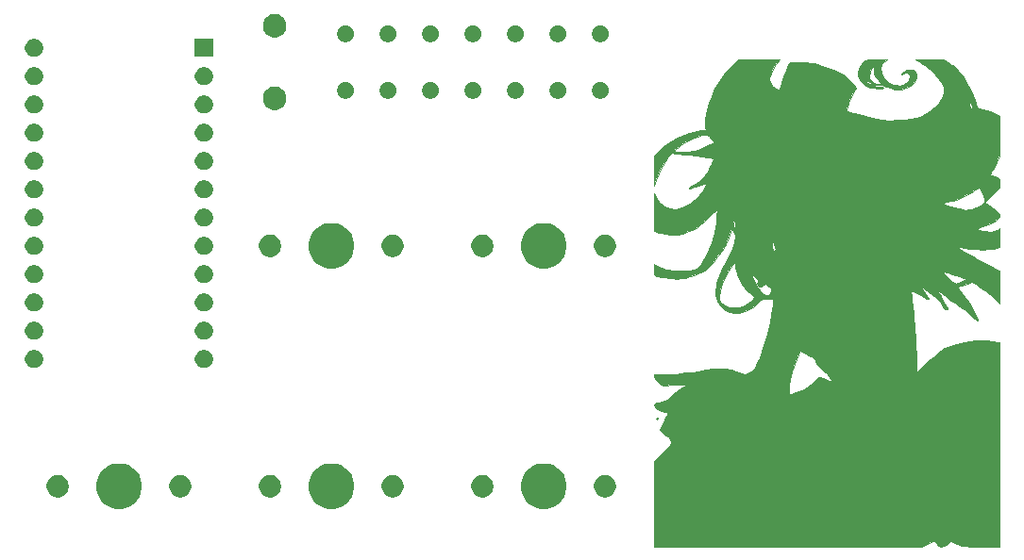
<source format=gbr>
G04 #@! TF.GenerationSoftware,KiCad,Pcbnew,(5.1.2)-1*
G04 #@! TF.CreationDate,2022-03-23T05:29:32+09:00*
G04 #@! TF.ProjectId,pcb,7063622e-6b69-4636-9164-5f7063625858,rev?*
G04 #@! TF.SameCoordinates,Original*
G04 #@! TF.FileFunction,Soldermask,Top*
G04 #@! TF.FilePolarity,Negative*
%FSLAX46Y46*%
G04 Gerber Fmt 4.6, Leading zero omitted, Abs format (unit mm)*
G04 Created by KiCad (PCBNEW (5.1.2)-1) date 2022-03-23 05:29:32*
%MOMM*%
%LPD*%
G04 APERTURE LIST*
%ADD10C,0.010000*%
%ADD11C,0.100000*%
G04 APERTURE END LIST*
D10*
G36*
X109123644Y-140727213D02*
G01*
X109389508Y-140740307D01*
X109513553Y-140762230D01*
X109509489Y-140794560D01*
X109475741Y-140810491D01*
X109175459Y-140977098D01*
X109015097Y-141201041D01*
X108966051Y-141523074D01*
X108966000Y-141536828D01*
X109044708Y-142018341D01*
X109269413Y-142435099D01*
X109622983Y-142756767D01*
X109671795Y-142786680D01*
X109930571Y-142914372D01*
X110165875Y-142991562D01*
X110247671Y-143002000D01*
X110445886Y-143036841D01*
X110547659Y-143093526D01*
X110665248Y-143127475D01*
X110873559Y-143062027D01*
X110990821Y-143005662D01*
X111261336Y-142815531D01*
X111461334Y-142576355D01*
X111566261Y-142329497D01*
X111551563Y-142116323D01*
X111535948Y-142087272D01*
X111360292Y-141936566D01*
X111144840Y-141938911D01*
X110991700Y-142034034D01*
X110873256Y-142114589D01*
X110828666Y-142096911D01*
X110904729Y-141938509D01*
X111098711Y-141802044D01*
X111359304Y-141703487D01*
X111635200Y-141658807D01*
X111875090Y-141683975D01*
X111979676Y-141738647D01*
X112168891Y-141985120D01*
X112215200Y-142268054D01*
X112134389Y-142564826D01*
X111942244Y-142852816D01*
X111654550Y-143109401D01*
X111287094Y-143311960D01*
X110855660Y-143437871D01*
X110786333Y-143448758D01*
X110486709Y-143455084D01*
X110150381Y-143413414D01*
X110053850Y-143391205D01*
X109768036Y-143298038D01*
X109518656Y-143188698D01*
X109452695Y-143150564D01*
X109154384Y-143051161D01*
X108915179Y-143058245D01*
X108681388Y-143063691D01*
X108439694Y-143003374D01*
X108129707Y-142861182D01*
X108080933Y-142835679D01*
X107823627Y-142705886D01*
X107698737Y-142660121D01*
X107693743Y-142694842D01*
X107727136Y-142735628D01*
X107945202Y-142906168D01*
X108249997Y-143061857D01*
X108578277Y-143178035D01*
X108866797Y-143230043D01*
X108979059Y-143223754D01*
X109149629Y-143210756D01*
X109220000Y-143247038D01*
X109145706Y-143332694D01*
X108948011Y-143370371D01*
X108664691Y-143364004D01*
X108333523Y-143317529D01*
X107992284Y-143234882D01*
X107678750Y-143120000D01*
X107590891Y-143077307D01*
X107246362Y-142809721D01*
X107029094Y-142453243D01*
X106970902Y-142154740D01*
X107925250Y-142154740D01*
X107928860Y-142400369D01*
X107994106Y-142554848D01*
X108157398Y-142694471D01*
X108195354Y-142720733D01*
X108400924Y-142826989D01*
X108630077Y-142898105D01*
X108830942Y-142924432D01*
X108951648Y-142896322D01*
X108966000Y-142864095D01*
X108913811Y-142776248D01*
X108780090Y-142608931D01*
X108669666Y-142482851D01*
X108483749Y-142249621D01*
X108396170Y-142040162D01*
X108373374Y-141772043D01*
X108373333Y-141754846D01*
X108373333Y-141354848D01*
X108158084Y-141570097D01*
X107990438Y-141814530D01*
X107926150Y-142137514D01*
X107925250Y-142154740D01*
X106970902Y-142154740D01*
X106948679Y-142040750D01*
X107014708Y-141605116D01*
X107100971Y-141397963D01*
X107255390Y-141127859D01*
X107418777Y-140939558D01*
X107624507Y-140818958D01*
X107905954Y-140751957D01*
X108296495Y-140724452D01*
X108702251Y-140721366D01*
X109123644Y-140727213D01*
X109123644Y-140727213D01*
G37*
X109123644Y-140727213D02*
X109389508Y-140740307D01*
X109513553Y-140762230D01*
X109509489Y-140794560D01*
X109475741Y-140810491D01*
X109175459Y-140977098D01*
X109015097Y-141201041D01*
X108966051Y-141523074D01*
X108966000Y-141536828D01*
X109044708Y-142018341D01*
X109269413Y-142435099D01*
X109622983Y-142756767D01*
X109671795Y-142786680D01*
X109930571Y-142914372D01*
X110165875Y-142991562D01*
X110247671Y-143002000D01*
X110445886Y-143036841D01*
X110547659Y-143093526D01*
X110665248Y-143127475D01*
X110873559Y-143062027D01*
X110990821Y-143005662D01*
X111261336Y-142815531D01*
X111461334Y-142576355D01*
X111566261Y-142329497D01*
X111551563Y-142116323D01*
X111535948Y-142087272D01*
X111360292Y-141936566D01*
X111144840Y-141938911D01*
X110991700Y-142034034D01*
X110873256Y-142114589D01*
X110828666Y-142096911D01*
X110904729Y-141938509D01*
X111098711Y-141802044D01*
X111359304Y-141703487D01*
X111635200Y-141658807D01*
X111875090Y-141683975D01*
X111979676Y-141738647D01*
X112168891Y-141985120D01*
X112215200Y-142268054D01*
X112134389Y-142564826D01*
X111942244Y-142852816D01*
X111654550Y-143109401D01*
X111287094Y-143311960D01*
X110855660Y-143437871D01*
X110786333Y-143448758D01*
X110486709Y-143455084D01*
X110150381Y-143413414D01*
X110053850Y-143391205D01*
X109768036Y-143298038D01*
X109518656Y-143188698D01*
X109452695Y-143150564D01*
X109154384Y-143051161D01*
X108915179Y-143058245D01*
X108681388Y-143063691D01*
X108439694Y-143003374D01*
X108129707Y-142861182D01*
X108080933Y-142835679D01*
X107823627Y-142705886D01*
X107698737Y-142660121D01*
X107693743Y-142694842D01*
X107727136Y-142735628D01*
X107945202Y-142906168D01*
X108249997Y-143061857D01*
X108578277Y-143178035D01*
X108866797Y-143230043D01*
X108979059Y-143223754D01*
X109149629Y-143210756D01*
X109220000Y-143247038D01*
X109145706Y-143332694D01*
X108948011Y-143370371D01*
X108664691Y-143364004D01*
X108333523Y-143317529D01*
X107992284Y-143234882D01*
X107678750Y-143120000D01*
X107590891Y-143077307D01*
X107246362Y-142809721D01*
X107029094Y-142453243D01*
X106970902Y-142154740D01*
X107925250Y-142154740D01*
X107928860Y-142400369D01*
X107994106Y-142554848D01*
X108157398Y-142694471D01*
X108195354Y-142720733D01*
X108400924Y-142826989D01*
X108630077Y-142898105D01*
X108830942Y-142924432D01*
X108951648Y-142896322D01*
X108966000Y-142864095D01*
X108913811Y-142776248D01*
X108780090Y-142608931D01*
X108669666Y-142482851D01*
X108483749Y-142249621D01*
X108396170Y-142040162D01*
X108373374Y-141772043D01*
X108373333Y-141754846D01*
X108373333Y-141354848D01*
X108158084Y-141570097D01*
X107990438Y-141814530D01*
X107926150Y-142137514D01*
X107925250Y-142154740D01*
X106970902Y-142154740D01*
X106948679Y-142040750D01*
X107014708Y-141605116D01*
X107100971Y-141397963D01*
X107255390Y-141127859D01*
X107418777Y-140939558D01*
X107624507Y-140818958D01*
X107905954Y-140751957D01*
X108296495Y-140724452D01*
X108702251Y-140721366D01*
X109123644Y-140727213D01*
G36*
X88983695Y-172954839D02*
G01*
X88984666Y-172974000D01*
X88919578Y-173055413D01*
X88895003Y-173058666D01*
X88844437Y-173006796D01*
X88857666Y-172974000D01*
X88933748Y-172893229D01*
X88947330Y-172889333D01*
X88983695Y-172954839D01*
X88983695Y-172954839D01*
G37*
X88983695Y-172954839D02*
X88984666Y-172974000D01*
X88919578Y-173055413D01*
X88895003Y-173058666D01*
X88844437Y-173006796D01*
X88857666Y-172974000D01*
X88933748Y-172893229D01*
X88947330Y-172889333D01*
X88983695Y-172954839D01*
G36*
X114957226Y-140967623D02*
G01*
X115175135Y-141112601D01*
X115338319Y-141205544D01*
X115390254Y-141223999D01*
X115477275Y-141281415D01*
X115646113Y-141433720D01*
X115864135Y-141651008D01*
X115921416Y-141710833D01*
X116319022Y-142201692D01*
X116708128Y-142814388D01*
X117062633Y-143502339D01*
X117356438Y-144218965D01*
X117403962Y-144356666D01*
X117518794Y-144682988D01*
X117621971Y-144945143D01*
X117697325Y-145103278D01*
X117717525Y-145129653D01*
X117840965Y-145173183D01*
X118063710Y-145218974D01*
X118159570Y-145233530D01*
X118431556Y-145296338D01*
X118775295Y-145410018D01*
X119081211Y-145534733D01*
X119633999Y-145785380D01*
X119633999Y-149342618D01*
X119340797Y-149986008D01*
X119180453Y-150321356D01*
X119021655Y-150626121D01*
X118894241Y-150843559D01*
X118875131Y-150871602D01*
X118745292Y-151063658D01*
X118724515Y-151155571D01*
X118822397Y-151184241D01*
X118957032Y-151186444D01*
X119222899Y-151225761D01*
X119422699Y-151299529D01*
X119552481Y-151393826D01*
X119615267Y-151531847D01*
X119633659Y-151770539D01*
X119633999Y-151831902D01*
X119629195Y-152019670D01*
X119600814Y-152168152D01*
X119527904Y-152311522D01*
X119389513Y-152483955D01*
X119164690Y-152719625D01*
X118969612Y-152915579D01*
X118305225Y-153579966D01*
X118635005Y-153798203D01*
X118983034Y-154050161D01*
X119282331Y-154307153D01*
X119504852Y-154541617D01*
X119622551Y-154725992D01*
X119633999Y-154779987D01*
X119555270Y-154961724D01*
X119336199Y-155162078D01*
X119002467Y-155366331D01*
X118579754Y-155559764D01*
X118093737Y-155727658D01*
X117877166Y-155786953D01*
X117659234Y-155856346D01*
X117531370Y-155924779D01*
X117517333Y-155947574D01*
X117594255Y-156003692D01*
X117795424Y-156066297D01*
X118076438Y-156126626D01*
X118392899Y-156175915D01*
X118700408Y-156205399D01*
X118846766Y-156210000D01*
X119131709Y-156177879D01*
X119380464Y-156098053D01*
X119428520Y-156071160D01*
X119640417Y-155932320D01*
X119616042Y-156769660D01*
X119591666Y-157607000D01*
X119083666Y-157715493D01*
X118655827Y-157774868D01*
X118130419Y-157799924D01*
X117559362Y-157792831D01*
X116994573Y-157755759D01*
X116487972Y-157690880D01*
X116091478Y-157600365D01*
X116056833Y-157588942D01*
X115764790Y-157500022D01*
X115606747Y-157475352D01*
X115590505Y-157510533D01*
X115723865Y-157601167D01*
X115887500Y-157684421D01*
X116065350Y-157775868D01*
X116358692Y-157934318D01*
X116736143Y-158142495D01*
X117166326Y-158383124D01*
X117517333Y-158581688D01*
X117974908Y-158839861D01*
X118412000Y-159082873D01*
X118794860Y-159292224D01*
X119089736Y-159449413D01*
X119231833Y-159521456D01*
X119634000Y-159715075D01*
X119634000Y-162683248D01*
X119383330Y-162379142D01*
X119164458Y-162154098D01*
X118842875Y-161873330D01*
X118460369Y-161569400D01*
X118058724Y-161274870D01*
X117679729Y-161022302D01*
X117517333Y-160925084D01*
X117136333Y-160708098D01*
X116482629Y-160929834D01*
X115828925Y-161151571D01*
X116110953Y-161495952D01*
X116351103Y-161811852D01*
X116613967Y-162194997D01*
X116881995Y-162615247D01*
X117137634Y-163042465D01*
X117363334Y-163446512D01*
X117541543Y-163797251D01*
X117654709Y-164064543D01*
X117686666Y-164201654D01*
X117632163Y-164193269D01*
X117489147Y-164087463D01*
X117288354Y-163907037D01*
X117284500Y-163903342D01*
X116953307Y-163605113D01*
X116569498Y-163289708D01*
X116179306Y-162992626D01*
X115828962Y-162749363D01*
X115612333Y-162619411D01*
X115433402Y-162502587D01*
X115174942Y-162306902D01*
X114882610Y-162067520D01*
X114771762Y-161972080D01*
X114449431Y-161700594D01*
X114221402Y-161530423D01*
X114094973Y-161465435D01*
X114077437Y-161509497D01*
X114163869Y-161649833D01*
X114286060Y-161839148D01*
X114350707Y-161967333D01*
X114529808Y-162403161D01*
X114683466Y-162696585D01*
X114819727Y-162866946D01*
X114956091Y-163038580D01*
X114949061Y-163161837D01*
X114813171Y-163213664D01*
X114682937Y-163170636D01*
X114577368Y-162999410D01*
X114536323Y-162887969D01*
X114463981Y-162725823D01*
X114343073Y-162557231D01*
X114151016Y-162358671D01*
X113865223Y-162106618D01*
X113493984Y-161802353D01*
X113158638Y-161536230D01*
X112872644Y-161315973D01*
X112660354Y-161159819D01*
X112546116Y-161086007D01*
X112533695Y-161083092D01*
X112565177Y-161158220D01*
X112678504Y-161322465D01*
X112797670Y-161475859D01*
X113052970Y-161813212D01*
X113208703Y-162065157D01*
X113263321Y-162221899D01*
X113215277Y-162273643D01*
X113063026Y-162210596D01*
X112895310Y-162094208D01*
X112691710Y-161962140D01*
X112430419Y-161822931D01*
X112156341Y-161696454D01*
X111914380Y-161602579D01*
X111749442Y-161561179D01*
X111707295Y-161568482D01*
X111705310Y-161660253D01*
X111725384Y-161882200D01*
X111763676Y-162197159D01*
X111797355Y-162439951D01*
X111860262Y-162934043D01*
X111918190Y-163493729D01*
X111960691Y-164015501D01*
X111967592Y-164126333D01*
X111994209Y-164564218D01*
X112028973Y-165097580D01*
X112067004Y-165653063D01*
X112097205Y-166073666D01*
X112130382Y-166595987D01*
X112157489Y-167159921D01*
X112175351Y-167690654D01*
X112180863Y-168045112D01*
X112183333Y-168915892D01*
X112458500Y-168601881D01*
X112680212Y-168368237D01*
X112978717Y-168080121D01*
X113322769Y-167764830D01*
X113681122Y-167449661D01*
X114022533Y-167161911D01*
X114315755Y-166928876D01*
X114529543Y-166777854D01*
X114577662Y-166750503D01*
X115514809Y-166361513D01*
X116513254Y-166098920D01*
X117532033Y-165969486D01*
X118530182Y-165979972D01*
X118945398Y-166029580D01*
X119634000Y-166136700D01*
X119634000Y-184488666D01*
X118024184Y-184488666D01*
X117495216Y-184484368D01*
X117027199Y-184472347D01*
X116647685Y-184453917D01*
X116384225Y-184430389D01*
X116267351Y-184404994D01*
X116106180Y-184329179D01*
X115853602Y-184226173D01*
X115681485Y-184161276D01*
X115242637Y-184001230D01*
X114961818Y-184241507D01*
X114652672Y-184438348D01*
X114369286Y-184491131D01*
X114134841Y-184400024D01*
X114003666Y-184234666D01*
X113891985Y-184062283D01*
X113795263Y-183981505D01*
X113787966Y-183980666D01*
X113673905Y-184013606D01*
X113452505Y-184100349D01*
X113169731Y-184222782D01*
X113143430Y-184234666D01*
X112583245Y-184488666D01*
X88646000Y-184488666D01*
X88646000Y-176780939D01*
X89462621Y-175995530D01*
X89815279Y-175653237D01*
X90050438Y-175398743D01*
X90171004Y-175200785D01*
X90179884Y-175028099D01*
X90079984Y-174849419D01*
X89874211Y-174633482D01*
X89611753Y-174391369D01*
X89162901Y-173981143D01*
X89497117Y-173346549D01*
X89695480Y-172949870D01*
X89802561Y-172674965D01*
X89819784Y-172501905D01*
X89748576Y-172410763D01*
X89590361Y-172381612D01*
X89566160Y-172381333D01*
X89302843Y-172336999D01*
X89051606Y-172222216D01*
X88841620Y-172064310D01*
X88702060Y-171890608D01*
X88662098Y-171728436D01*
X88742772Y-171610059D01*
X88915440Y-171542790D01*
X88971635Y-171535963D01*
X89111801Y-171512745D01*
X89352652Y-171454291D01*
X89550860Y-171399413D01*
X89863968Y-171285359D01*
X90063137Y-171145310D01*
X90173739Y-170997009D01*
X90324506Y-170820481D01*
X90572533Y-170607919D01*
X90865935Y-170403470D01*
X90885480Y-170391429D01*
X90930295Y-170362907D01*
X100711314Y-170362907D01*
X100730529Y-170609943D01*
X100762515Y-170710213D01*
X100817421Y-170756867D01*
X100933806Y-170751588D01*
X101150230Y-170696061D01*
X101351799Y-170637067D01*
X101939449Y-170435762D01*
X102385292Y-170215885D01*
X102716807Y-169962838D01*
X102813907Y-169860289D01*
X103069677Y-169565389D01*
X103252093Y-169380441D01*
X103404889Y-169293069D01*
X103571800Y-169290898D01*
X103796560Y-169361552D01*
X104118833Y-169491022D01*
X104370403Y-169587627D01*
X104503652Y-169619690D01*
X104555697Y-169589844D01*
X104563810Y-169522597D01*
X104505655Y-169409473D01*
X104346949Y-169210010D01*
X104111924Y-168952337D01*
X103824812Y-168664587D01*
X103824192Y-168663991D01*
X103468596Y-168309071D01*
X103237353Y-168046048D01*
X103120918Y-167863159D01*
X103102761Y-167774991D01*
X103084551Y-167675824D01*
X102990999Y-167573239D01*
X102796543Y-167447805D01*
X102475618Y-167280094D01*
X102406890Y-167246102D01*
X101692356Y-166894537D01*
X101561943Y-167246102D01*
X101274300Y-168057804D01*
X101041712Y-168790320D01*
X100867883Y-169428666D01*
X100756516Y-169957856D01*
X100711314Y-170362907D01*
X90930295Y-170362907D01*
X91148951Y-170223748D01*
X91344568Y-170086363D01*
X91436860Y-170004514D01*
X91439799Y-169996984D01*
X91360814Y-169978454D01*
X91145614Y-169969419D01*
X90827077Y-169970377D01*
X90438441Y-169981812D01*
X89436882Y-170022655D01*
X89062607Y-169737893D01*
X88787267Y-169483362D01*
X88666514Y-169252637D01*
X88661149Y-169219822D01*
X88633966Y-168986514D01*
X89253816Y-169039251D01*
X89653979Y-169052959D01*
X90123617Y-169039404D01*
X90565595Y-169001574D01*
X90593333Y-168998049D01*
X91042414Y-168941313D01*
X91556151Y-168879218D01*
X92030810Y-168824276D01*
X92075000Y-168819338D01*
X92500780Y-168763208D01*
X92939671Y-168691174D01*
X93309369Y-168617014D01*
X93370270Y-168602520D01*
X93859800Y-168523221D01*
X94420677Y-168499188D01*
X95002490Y-168526555D01*
X95554823Y-168601457D01*
X96027263Y-168720030D01*
X96281051Y-168825679D01*
X96541184Y-168955002D01*
X96714302Y-169008001D01*
X96858902Y-168994956D01*
X96981883Y-168948854D01*
X97211537Y-168855308D01*
X97393037Y-168789841D01*
X97534539Y-168671200D01*
X97702479Y-168408504D01*
X97889860Y-168023700D01*
X98089685Y-167538731D01*
X98294957Y-166975543D01*
X98498678Y-166356082D01*
X98693853Y-165702292D01*
X98873483Y-165036119D01*
X99030573Y-164379508D01*
X99158124Y-163754404D01*
X99249141Y-163182753D01*
X99284886Y-162856271D01*
X99335279Y-162263543D01*
X98753139Y-162263605D01*
X98442151Y-162268139D01*
X98247931Y-162294519D01*
X98117933Y-162362029D01*
X97999611Y-162489955D01*
X97945578Y-162560000D01*
X97624756Y-162883604D01*
X97208339Y-163163909D01*
X96742799Y-163380805D01*
X96274606Y-163514178D01*
X95850231Y-163543918D01*
X95715666Y-163525069D01*
X95179098Y-163326455D01*
X94713818Y-162987074D01*
X94349677Y-162530343D01*
X94275062Y-162394888D01*
X94194860Y-162187876D01*
X94192072Y-162168590D01*
X94490368Y-162168590D01*
X94508863Y-162363053D01*
X94574479Y-162503292D01*
X94662504Y-162607837D01*
X94994008Y-162846441D01*
X95422395Y-162988947D01*
X95902099Y-163030806D01*
X96387553Y-162967473D01*
X96786040Y-162819718D01*
X97065357Y-162654043D01*
X97321239Y-162467848D01*
X97387833Y-162409573D01*
X97547857Y-162223306D01*
X97619845Y-162066403D01*
X97590285Y-161976292D01*
X97547492Y-161967333D01*
X97455645Y-161911837D01*
X97280859Y-161765379D01*
X97058652Y-161557999D01*
X97027475Y-161527482D01*
X96641250Y-161066039D01*
X96314346Y-160519591D01*
X96113182Y-160035828D01*
X97366666Y-160035828D01*
X97410235Y-160210228D01*
X97527453Y-160483776D01*
X97698090Y-160814698D01*
X97901916Y-161161214D01*
X97942627Y-161225215D01*
X98198532Y-161554734D01*
X98462121Y-161781261D01*
X98710865Y-161899709D01*
X98922234Y-161904991D01*
X99073699Y-161792022D01*
X99142729Y-161555714D01*
X99144666Y-161496592D01*
X99116975Y-161275114D01*
X99011781Y-161156109D01*
X98941879Y-161124042D01*
X98772368Y-161024834D01*
X98700249Y-160935638D01*
X98642873Y-160875238D01*
X98527511Y-160940095D01*
X98500869Y-160962485D01*
X98253072Y-161127215D01*
X98054923Y-161164050D01*
X97930611Y-161069965D01*
X97916833Y-161035475D01*
X97912790Y-160841275D01*
X97959704Y-160739219D01*
X97993489Y-160645797D01*
X97933378Y-160522921D01*
X97760912Y-160337080D01*
X97712699Y-160290725D01*
X97527121Y-160125853D01*
X97401531Y-160036598D01*
X97366666Y-160035828D01*
X96113182Y-160035828D01*
X96075436Y-159945058D01*
X96027971Y-159733168D01*
X114469333Y-159733168D01*
X114525294Y-159807045D01*
X114675680Y-159971546D01*
X114894245Y-160198500D01*
X115040833Y-160346571D01*
X115327805Y-160626544D01*
X115539782Y-160795480D01*
X115719698Y-160863859D01*
X115910485Y-160842164D01*
X116155076Y-160740874D01*
X116320340Y-160658939D01*
X116689681Y-160472989D01*
X115981674Y-160212630D01*
X115402953Y-160003731D01*
X114957341Y-159851391D01*
X114651512Y-159757724D01*
X114492144Y-159724848D01*
X114469333Y-159733168D01*
X96027971Y-159733168D01*
X95953194Y-159399358D01*
X95952615Y-159393831D01*
X95917685Y-159136336D01*
X95878308Y-158964013D01*
X95851797Y-158919333D01*
X95777815Y-158989307D01*
X95646240Y-159177206D01*
X95476190Y-159449989D01*
X95286782Y-159774620D01*
X95097131Y-160118059D01*
X94926355Y-160447269D01*
X94793571Y-160729212D01*
X94764449Y-160798529D01*
X94639271Y-161179553D01*
X94543024Y-161601077D01*
X94507159Y-161863164D01*
X94490368Y-162168590D01*
X94192072Y-162168590D01*
X94159657Y-161944380D01*
X94163326Y-161608843D01*
X94172365Y-161463555D01*
X94198833Y-161183149D01*
X94242746Y-160919300D01*
X94313472Y-160646874D01*
X94420380Y-160340736D01*
X94572837Y-159975752D01*
X94780214Y-159526789D01*
X95051877Y-158968711D01*
X95253157Y-158563976D01*
X95544028Y-157963858D01*
X95751737Y-157485267D01*
X95868923Y-157141333D01*
X99239765Y-157141333D01*
X99244648Y-157442903D01*
X99266044Y-157702352D01*
X99284411Y-157804054D01*
X99336991Y-157937590D01*
X99411441Y-157923205D01*
X99460853Y-157877431D01*
X99539450Y-157744039D01*
X99490351Y-157577843D01*
X99486510Y-157570604D01*
X99407044Y-157369362D01*
X99332642Y-157099481D01*
X99318188Y-157031559D01*
X99247886Y-156675666D01*
X99239765Y-157141333D01*
X95868923Y-157141333D01*
X95881257Y-157105136D01*
X95937557Y-156800402D01*
X95925608Y-156547999D01*
X95850380Y-156324862D01*
X95766911Y-156180035D01*
X95607605Y-155938404D01*
X95502910Y-156264702D01*
X95310904Y-156753891D01*
X95036343Y-157309048D01*
X94706844Y-157884784D01*
X94350025Y-158435711D01*
X93993504Y-158916440D01*
X93670506Y-159276198D01*
X93267547Y-159593199D01*
X92754632Y-159892562D01*
X92190772Y-160145467D01*
X91634973Y-160323095D01*
X91443399Y-160363929D01*
X91068649Y-160417061D01*
X90706560Y-160432663D01*
X90289635Y-160411410D01*
X89962989Y-160378797D01*
X89573148Y-160329297D01*
X89224479Y-160274369D01*
X88965997Y-160222256D01*
X88874661Y-160195794D01*
X88746477Y-160133460D01*
X88677970Y-160039560D01*
X88650651Y-159866480D01*
X88646000Y-159606905D01*
X88646000Y-159104953D01*
X89090499Y-159343863D01*
X89755720Y-159607890D01*
X90516468Y-159739174D01*
X91295379Y-159740437D01*
X91796598Y-159695797D01*
X92163098Y-159634217D01*
X92429474Y-159541532D01*
X92630316Y-159403573D01*
X92800218Y-159206174D01*
X92876653Y-159092842D01*
X93374517Y-158202963D01*
X93777070Y-157247730D01*
X94069103Y-156272091D01*
X94203423Y-155503912D01*
X95754052Y-155503912D01*
X95760114Y-155718917D01*
X95819543Y-155892500D01*
X95903518Y-156055569D01*
X95950304Y-156125489D01*
X95950674Y-156125532D01*
X95955689Y-156047643D01*
X95952496Y-155840020D01*
X95941881Y-155542023D01*
X95936717Y-155427032D01*
X95903767Y-154728333D01*
X95805586Y-155194000D01*
X95754052Y-155503912D01*
X94203423Y-155503912D01*
X94235407Y-155320998D01*
X94261165Y-155000941D01*
X94305400Y-154172883D01*
X93909866Y-154577608D01*
X93565648Y-154913567D01*
X93193867Y-155249565D01*
X92829768Y-155556071D01*
X92508593Y-155803552D01*
X92265589Y-155962476D01*
X92242901Y-155974424D01*
X92032775Y-156066289D01*
X91728115Y-156182560D01*
X91406800Y-156294044D01*
X91076856Y-156391185D01*
X90785214Y-156443011D01*
X90462601Y-156457068D01*
X90052134Y-156441618D01*
X89661664Y-156405907D01*
X89298598Y-156349542D01*
X89023912Y-156282683D01*
X88963500Y-156260242D01*
X88646000Y-156123060D01*
X88646632Y-152781000D01*
X88824282Y-153077333D01*
X89190634Y-153568385D01*
X89613965Y-153927128D01*
X90075095Y-154140701D01*
X90495825Y-154198361D01*
X90899226Y-154125947D01*
X91357815Y-153936629D01*
X91836142Y-153656538D01*
X91840997Y-153652920D01*
X114562774Y-153652920D01*
X114656750Y-153731978D01*
X114905009Y-153828742D01*
X114998500Y-153858843D01*
X115555504Y-154029068D01*
X115987090Y-154147062D01*
X116327527Y-154216929D01*
X116611084Y-154242773D01*
X116872031Y-154228696D01*
X117144638Y-154178804D01*
X117316448Y-154136415D01*
X117750624Y-153975800D01*
X118065433Y-153758170D01*
X118237074Y-153500151D01*
X118239929Y-153491437D01*
X118249090Y-153262239D01*
X118181886Y-152964029D01*
X118059674Y-152666084D01*
X117920640Y-152455793D01*
X117735083Y-152247472D01*
X117377206Y-152493698D01*
X117011645Y-152720311D01*
X116581019Y-152949161D01*
X116131872Y-153159134D01*
X115710746Y-153329112D01*
X115364187Y-153437980D01*
X115243860Y-153461558D01*
X114852597Y-153523752D01*
X114626813Y-153585525D01*
X114562774Y-153652920D01*
X91840997Y-153652920D01*
X92298757Y-153311806D01*
X92710211Y-152928561D01*
X93035052Y-152532934D01*
X93224341Y-152187157D01*
X93357683Y-151847314D01*
X92634761Y-152081324D01*
X92254527Y-152202773D01*
X92006804Y-152275645D01*
X91863614Y-152305367D01*
X91796979Y-152297367D01*
X91778918Y-152257071D01*
X91778666Y-152247392D01*
X91851382Y-152183338D01*
X92038221Y-152091489D01*
X92203273Y-152026764D01*
X92639672Y-151783822D01*
X93057053Y-151378659D01*
X93449420Y-150817884D01*
X93669970Y-150410217D01*
X93813345Y-150111274D01*
X93921576Y-149868500D01*
X93976580Y-149723060D01*
X93980000Y-149704481D01*
X93952042Y-149647476D01*
X93854712Y-149597706D01*
X93667826Y-149551195D01*
X93371199Y-149503972D01*
X92944646Y-149452060D01*
X92413666Y-149396093D01*
X91750261Y-149328062D01*
X91237586Y-149273004D01*
X90857727Y-149228642D01*
X90592770Y-149192699D01*
X90424799Y-149162896D01*
X90335901Y-149136957D01*
X90323161Y-149130338D01*
X90210096Y-149153257D01*
X90045694Y-149307519D01*
X89845240Y-149568794D01*
X89624023Y-149912750D01*
X89397329Y-150315056D01*
X89180446Y-150751380D01*
X88988661Y-151197390D01*
X88933810Y-151341666D01*
X88654454Y-152103666D01*
X88650227Y-150762327D01*
X88646000Y-149420987D01*
X89100316Y-148971000D01*
X90314923Y-148971000D01*
X90771628Y-149013333D01*
X91589725Y-149034122D01*
X92294967Y-148933692D01*
X92496849Y-148876175D01*
X92798134Y-148762764D01*
X93163153Y-148603359D01*
X93477890Y-148450115D01*
X94034113Y-148161746D01*
X93715755Y-147816903D01*
X93525740Y-147620656D01*
X93382026Y-147524778D01*
X93217866Y-147503567D01*
X92972117Y-147530550D01*
X92541151Y-147637826D01*
X92037939Y-147839743D01*
X91511374Y-148112622D01*
X91010346Y-148432786D01*
X90827585Y-148569142D01*
X90314923Y-148971000D01*
X89100316Y-148971000D01*
X89175166Y-148896864D01*
X89693243Y-148424419D01*
X90197289Y-148061331D01*
X90750408Y-147766212D01*
X91165211Y-147591588D01*
X91739139Y-147376195D01*
X92187376Y-147227606D01*
X92536541Y-147138627D01*
X92813253Y-147102065D01*
X92971730Y-147103336D01*
X93291782Y-147126132D01*
X93244807Y-146729498D01*
X93238868Y-146237082D01*
X93316239Y-145641983D01*
X93467610Y-144983275D01*
X93638989Y-144441333D01*
X96533368Y-144441333D01*
X96546673Y-144561528D01*
X96576073Y-144547166D01*
X96587255Y-144373824D01*
X96576073Y-144335500D01*
X96545170Y-144324863D01*
X96533368Y-144441333D01*
X93638989Y-144441333D01*
X93683673Y-144300034D01*
X93955118Y-143631336D01*
X93959876Y-143621147D01*
X96497669Y-143621147D01*
X96503900Y-143749273D01*
X96519386Y-143764000D01*
X96569931Y-143688662D01*
X96622204Y-143497875D01*
X96642793Y-143381539D01*
X96716427Y-143057038D01*
X96830851Y-142710207D01*
X96871147Y-142612503D01*
X96962234Y-142383835D01*
X97006272Y-142226176D01*
X97003809Y-142187587D01*
X96953715Y-142233680D01*
X96870179Y-142400767D01*
X96769123Y-142647862D01*
X96666471Y-142933980D01*
X96578148Y-143218138D01*
X96531135Y-143404166D01*
X96497669Y-143621147D01*
X93959876Y-143621147D01*
X94011780Y-143510000D01*
X94236833Y-143107151D01*
X94555558Y-142629767D01*
X94937682Y-142118690D01*
X95352932Y-141614760D01*
X95700495Y-141231777D01*
X96193323Y-140716000D01*
X99904066Y-140716000D01*
X99567525Y-141160499D01*
X99310260Y-141555334D01*
X99112266Y-141966870D01*
X98996336Y-142342363D01*
X98975649Y-142530249D01*
X99043366Y-142793126D01*
X99216425Y-143073178D01*
X99450954Y-143307527D01*
X99572123Y-143385132D01*
X99755706Y-143468160D01*
X99862643Y-143494193D01*
X99868909Y-143491312D01*
X99904996Y-143402938D01*
X99979920Y-143185784D01*
X100082606Y-142872881D01*
X100197558Y-142511355D01*
X100377987Y-141962850D01*
X100543552Y-141511911D01*
X100685709Y-141180121D01*
X100795915Y-140989058D01*
X100803890Y-140979599D01*
X100910053Y-140956724D01*
X101145727Y-140950904D01*
X101472191Y-140959908D01*
X101850725Y-140981504D01*
X102242609Y-141013460D01*
X102609121Y-141053545D01*
X102911542Y-141099527D01*
X102923226Y-141101738D01*
X103275640Y-141188588D01*
X103729026Y-141327766D01*
X104230698Y-141500443D01*
X104727971Y-141687790D01*
X105168162Y-141870974D01*
X105448405Y-142004265D01*
X105626722Y-142126157D01*
X105876111Y-142331637D01*
X106151907Y-142580683D01*
X106409447Y-142833274D01*
X106573672Y-143012596D01*
X106763678Y-143236936D01*
X106294955Y-144234489D01*
X106122252Y-144615006D01*
X105984192Y-144944276D01*
X105893340Y-145190393D01*
X105862259Y-145321448D01*
X105863697Y-145329673D01*
X105958893Y-145391690D01*
X106178215Y-145469340D01*
X106479139Y-145548234D01*
X106565747Y-145567228D01*
X106932438Y-145649721D01*
X107394167Y-145761206D01*
X107882924Y-145884972D01*
X108204000Y-145969774D01*
X108615583Y-146077538D01*
X108939674Y-146149383D01*
X109229583Y-146190964D01*
X109538619Y-146207935D01*
X109920093Y-146205950D01*
X110320666Y-146194266D01*
X111051118Y-146152442D01*
X111656725Y-146075075D01*
X112179818Y-145953560D01*
X112662730Y-145779294D01*
X112903000Y-145669372D01*
X113374979Y-145385584D01*
X113809318Y-145024433D01*
X113968227Y-144849816D01*
X116956997Y-144849816D01*
X116987259Y-145044902D01*
X117002371Y-145097500D01*
X117074152Y-145121378D01*
X117164146Y-145083668D01*
X117177510Y-145055166D01*
X117146258Y-144868189D01*
X117078388Y-144696125D01*
X117003437Y-144611523D01*
X116996562Y-144610666D01*
X116959823Y-144681993D01*
X116956997Y-144849816D01*
X113968227Y-144849816D01*
X114180286Y-144616797D01*
X114462150Y-144193556D01*
X114629178Y-143785589D01*
X114663708Y-143556492D01*
X114604743Y-143244549D01*
X114428543Y-142868314D01*
X114159121Y-142456890D01*
X113820491Y-142039382D01*
X113436666Y-141644893D01*
X113031657Y-141302529D01*
X112629479Y-141041392D01*
X112558428Y-141004860D01*
X112056333Y-140758333D01*
X113324917Y-140734790D01*
X114593502Y-140711247D01*
X114957226Y-140967623D01*
X114957226Y-140967623D01*
G37*
X114957226Y-140967623D02*
X115175135Y-141112601D01*
X115338319Y-141205544D01*
X115390254Y-141223999D01*
X115477275Y-141281415D01*
X115646113Y-141433720D01*
X115864135Y-141651008D01*
X115921416Y-141710833D01*
X116319022Y-142201692D01*
X116708128Y-142814388D01*
X117062633Y-143502339D01*
X117356438Y-144218965D01*
X117403962Y-144356666D01*
X117518794Y-144682988D01*
X117621971Y-144945143D01*
X117697325Y-145103278D01*
X117717525Y-145129653D01*
X117840965Y-145173183D01*
X118063710Y-145218974D01*
X118159570Y-145233530D01*
X118431556Y-145296338D01*
X118775295Y-145410018D01*
X119081211Y-145534733D01*
X119633999Y-145785380D01*
X119633999Y-149342618D01*
X119340797Y-149986008D01*
X119180453Y-150321356D01*
X119021655Y-150626121D01*
X118894241Y-150843559D01*
X118875131Y-150871602D01*
X118745292Y-151063658D01*
X118724515Y-151155571D01*
X118822397Y-151184241D01*
X118957032Y-151186444D01*
X119222899Y-151225761D01*
X119422699Y-151299529D01*
X119552481Y-151393826D01*
X119615267Y-151531847D01*
X119633659Y-151770539D01*
X119633999Y-151831902D01*
X119629195Y-152019670D01*
X119600814Y-152168152D01*
X119527904Y-152311522D01*
X119389513Y-152483955D01*
X119164690Y-152719625D01*
X118969612Y-152915579D01*
X118305225Y-153579966D01*
X118635005Y-153798203D01*
X118983034Y-154050161D01*
X119282331Y-154307153D01*
X119504852Y-154541617D01*
X119622551Y-154725992D01*
X119633999Y-154779987D01*
X119555270Y-154961724D01*
X119336199Y-155162078D01*
X119002467Y-155366331D01*
X118579754Y-155559764D01*
X118093737Y-155727658D01*
X117877166Y-155786953D01*
X117659234Y-155856346D01*
X117531370Y-155924779D01*
X117517333Y-155947574D01*
X117594255Y-156003692D01*
X117795424Y-156066297D01*
X118076438Y-156126626D01*
X118392899Y-156175915D01*
X118700408Y-156205399D01*
X118846766Y-156210000D01*
X119131709Y-156177879D01*
X119380464Y-156098053D01*
X119428520Y-156071160D01*
X119640417Y-155932320D01*
X119616042Y-156769660D01*
X119591666Y-157607000D01*
X119083666Y-157715493D01*
X118655827Y-157774868D01*
X118130419Y-157799924D01*
X117559362Y-157792831D01*
X116994573Y-157755759D01*
X116487972Y-157690880D01*
X116091478Y-157600365D01*
X116056833Y-157588942D01*
X115764790Y-157500022D01*
X115606747Y-157475352D01*
X115590505Y-157510533D01*
X115723865Y-157601167D01*
X115887500Y-157684421D01*
X116065350Y-157775868D01*
X116358692Y-157934318D01*
X116736143Y-158142495D01*
X117166326Y-158383124D01*
X117517333Y-158581688D01*
X117974908Y-158839861D01*
X118412000Y-159082873D01*
X118794860Y-159292224D01*
X119089736Y-159449413D01*
X119231833Y-159521456D01*
X119634000Y-159715075D01*
X119634000Y-162683248D01*
X119383330Y-162379142D01*
X119164458Y-162154098D01*
X118842875Y-161873330D01*
X118460369Y-161569400D01*
X118058724Y-161274870D01*
X117679729Y-161022302D01*
X117517333Y-160925084D01*
X117136333Y-160708098D01*
X116482629Y-160929834D01*
X115828925Y-161151571D01*
X116110953Y-161495952D01*
X116351103Y-161811852D01*
X116613967Y-162194997D01*
X116881995Y-162615247D01*
X117137634Y-163042465D01*
X117363334Y-163446512D01*
X117541543Y-163797251D01*
X117654709Y-164064543D01*
X117686666Y-164201654D01*
X117632163Y-164193269D01*
X117489147Y-164087463D01*
X117288354Y-163907037D01*
X117284500Y-163903342D01*
X116953307Y-163605113D01*
X116569498Y-163289708D01*
X116179306Y-162992626D01*
X115828962Y-162749363D01*
X115612333Y-162619411D01*
X115433402Y-162502587D01*
X115174942Y-162306902D01*
X114882610Y-162067520D01*
X114771762Y-161972080D01*
X114449431Y-161700594D01*
X114221402Y-161530423D01*
X114094973Y-161465435D01*
X114077437Y-161509497D01*
X114163869Y-161649833D01*
X114286060Y-161839148D01*
X114350707Y-161967333D01*
X114529808Y-162403161D01*
X114683466Y-162696585D01*
X114819727Y-162866946D01*
X114956091Y-163038580D01*
X114949061Y-163161837D01*
X114813171Y-163213664D01*
X114682937Y-163170636D01*
X114577368Y-162999410D01*
X114536323Y-162887969D01*
X114463981Y-162725823D01*
X114343073Y-162557231D01*
X114151016Y-162358671D01*
X113865223Y-162106618D01*
X113493984Y-161802353D01*
X113158638Y-161536230D01*
X112872644Y-161315973D01*
X112660354Y-161159819D01*
X112546116Y-161086007D01*
X112533695Y-161083092D01*
X112565177Y-161158220D01*
X112678504Y-161322465D01*
X112797670Y-161475859D01*
X113052970Y-161813212D01*
X113208703Y-162065157D01*
X113263321Y-162221899D01*
X113215277Y-162273643D01*
X113063026Y-162210596D01*
X112895310Y-162094208D01*
X112691710Y-161962140D01*
X112430419Y-161822931D01*
X112156341Y-161696454D01*
X111914380Y-161602579D01*
X111749442Y-161561179D01*
X111707295Y-161568482D01*
X111705310Y-161660253D01*
X111725384Y-161882200D01*
X111763676Y-162197159D01*
X111797355Y-162439951D01*
X111860262Y-162934043D01*
X111918190Y-163493729D01*
X111960691Y-164015501D01*
X111967592Y-164126333D01*
X111994209Y-164564218D01*
X112028973Y-165097580D01*
X112067004Y-165653063D01*
X112097205Y-166073666D01*
X112130382Y-166595987D01*
X112157489Y-167159921D01*
X112175351Y-167690654D01*
X112180863Y-168045112D01*
X112183333Y-168915892D01*
X112458500Y-168601881D01*
X112680212Y-168368237D01*
X112978717Y-168080121D01*
X113322769Y-167764830D01*
X113681122Y-167449661D01*
X114022533Y-167161911D01*
X114315755Y-166928876D01*
X114529543Y-166777854D01*
X114577662Y-166750503D01*
X115514809Y-166361513D01*
X116513254Y-166098920D01*
X117532033Y-165969486D01*
X118530182Y-165979972D01*
X118945398Y-166029580D01*
X119634000Y-166136700D01*
X119634000Y-184488666D01*
X118024184Y-184488666D01*
X117495216Y-184484368D01*
X117027199Y-184472347D01*
X116647685Y-184453917D01*
X116384225Y-184430389D01*
X116267351Y-184404994D01*
X116106180Y-184329179D01*
X115853602Y-184226173D01*
X115681485Y-184161276D01*
X115242637Y-184001230D01*
X114961818Y-184241507D01*
X114652672Y-184438348D01*
X114369286Y-184491131D01*
X114134841Y-184400024D01*
X114003666Y-184234666D01*
X113891985Y-184062283D01*
X113795263Y-183981505D01*
X113787966Y-183980666D01*
X113673905Y-184013606D01*
X113452505Y-184100349D01*
X113169731Y-184222782D01*
X113143430Y-184234666D01*
X112583245Y-184488666D01*
X88646000Y-184488666D01*
X88646000Y-176780939D01*
X89462621Y-175995530D01*
X89815279Y-175653237D01*
X90050438Y-175398743D01*
X90171004Y-175200785D01*
X90179884Y-175028099D01*
X90079984Y-174849419D01*
X89874211Y-174633482D01*
X89611753Y-174391369D01*
X89162901Y-173981143D01*
X89497117Y-173346549D01*
X89695480Y-172949870D01*
X89802561Y-172674965D01*
X89819784Y-172501905D01*
X89748576Y-172410763D01*
X89590361Y-172381612D01*
X89566160Y-172381333D01*
X89302843Y-172336999D01*
X89051606Y-172222216D01*
X88841620Y-172064310D01*
X88702060Y-171890608D01*
X88662098Y-171728436D01*
X88742772Y-171610059D01*
X88915440Y-171542790D01*
X88971635Y-171535963D01*
X89111801Y-171512745D01*
X89352652Y-171454291D01*
X89550860Y-171399413D01*
X89863968Y-171285359D01*
X90063137Y-171145310D01*
X90173739Y-170997009D01*
X90324506Y-170820481D01*
X90572533Y-170607919D01*
X90865935Y-170403470D01*
X90885480Y-170391429D01*
X90930295Y-170362907D01*
X100711314Y-170362907D01*
X100730529Y-170609943D01*
X100762515Y-170710213D01*
X100817421Y-170756867D01*
X100933806Y-170751588D01*
X101150230Y-170696061D01*
X101351799Y-170637067D01*
X101939449Y-170435762D01*
X102385292Y-170215885D01*
X102716807Y-169962838D01*
X102813907Y-169860289D01*
X103069677Y-169565389D01*
X103252093Y-169380441D01*
X103404889Y-169293069D01*
X103571800Y-169290898D01*
X103796560Y-169361552D01*
X104118833Y-169491022D01*
X104370403Y-169587627D01*
X104503652Y-169619690D01*
X104555697Y-169589844D01*
X104563810Y-169522597D01*
X104505655Y-169409473D01*
X104346949Y-169210010D01*
X104111924Y-168952337D01*
X103824812Y-168664587D01*
X103824192Y-168663991D01*
X103468596Y-168309071D01*
X103237353Y-168046048D01*
X103120918Y-167863159D01*
X103102761Y-167774991D01*
X103084551Y-167675824D01*
X102990999Y-167573239D01*
X102796543Y-167447805D01*
X102475618Y-167280094D01*
X102406890Y-167246102D01*
X101692356Y-166894537D01*
X101561943Y-167246102D01*
X101274300Y-168057804D01*
X101041712Y-168790320D01*
X100867883Y-169428666D01*
X100756516Y-169957856D01*
X100711314Y-170362907D01*
X90930295Y-170362907D01*
X91148951Y-170223748D01*
X91344568Y-170086363D01*
X91436860Y-170004514D01*
X91439799Y-169996984D01*
X91360814Y-169978454D01*
X91145614Y-169969419D01*
X90827077Y-169970377D01*
X90438441Y-169981812D01*
X89436882Y-170022655D01*
X89062607Y-169737893D01*
X88787267Y-169483362D01*
X88666514Y-169252637D01*
X88661149Y-169219822D01*
X88633966Y-168986514D01*
X89253816Y-169039251D01*
X89653979Y-169052959D01*
X90123617Y-169039404D01*
X90565595Y-169001574D01*
X90593333Y-168998049D01*
X91042414Y-168941313D01*
X91556151Y-168879218D01*
X92030810Y-168824276D01*
X92075000Y-168819338D01*
X92500780Y-168763208D01*
X92939671Y-168691174D01*
X93309369Y-168617014D01*
X93370270Y-168602520D01*
X93859800Y-168523221D01*
X94420677Y-168499188D01*
X95002490Y-168526555D01*
X95554823Y-168601457D01*
X96027263Y-168720030D01*
X96281051Y-168825679D01*
X96541184Y-168955002D01*
X96714302Y-169008001D01*
X96858902Y-168994956D01*
X96981883Y-168948854D01*
X97211537Y-168855308D01*
X97393037Y-168789841D01*
X97534539Y-168671200D01*
X97702479Y-168408504D01*
X97889860Y-168023700D01*
X98089685Y-167538731D01*
X98294957Y-166975543D01*
X98498678Y-166356082D01*
X98693853Y-165702292D01*
X98873483Y-165036119D01*
X99030573Y-164379508D01*
X99158124Y-163754404D01*
X99249141Y-163182753D01*
X99284886Y-162856271D01*
X99335279Y-162263543D01*
X98753139Y-162263605D01*
X98442151Y-162268139D01*
X98247931Y-162294519D01*
X98117933Y-162362029D01*
X97999611Y-162489955D01*
X97945578Y-162560000D01*
X97624756Y-162883604D01*
X97208339Y-163163909D01*
X96742799Y-163380805D01*
X96274606Y-163514178D01*
X95850231Y-163543918D01*
X95715666Y-163525069D01*
X95179098Y-163326455D01*
X94713818Y-162987074D01*
X94349677Y-162530343D01*
X94275062Y-162394888D01*
X94194860Y-162187876D01*
X94192072Y-162168590D01*
X94490368Y-162168590D01*
X94508863Y-162363053D01*
X94574479Y-162503292D01*
X94662504Y-162607837D01*
X94994008Y-162846441D01*
X95422395Y-162988947D01*
X95902099Y-163030806D01*
X96387553Y-162967473D01*
X96786040Y-162819718D01*
X97065357Y-162654043D01*
X97321239Y-162467848D01*
X97387833Y-162409573D01*
X97547857Y-162223306D01*
X97619845Y-162066403D01*
X97590285Y-161976292D01*
X97547492Y-161967333D01*
X97455645Y-161911837D01*
X97280859Y-161765379D01*
X97058652Y-161557999D01*
X97027475Y-161527482D01*
X96641250Y-161066039D01*
X96314346Y-160519591D01*
X96113182Y-160035828D01*
X97366666Y-160035828D01*
X97410235Y-160210228D01*
X97527453Y-160483776D01*
X97698090Y-160814698D01*
X97901916Y-161161214D01*
X97942627Y-161225215D01*
X98198532Y-161554734D01*
X98462121Y-161781261D01*
X98710865Y-161899709D01*
X98922234Y-161904991D01*
X99073699Y-161792022D01*
X99142729Y-161555714D01*
X99144666Y-161496592D01*
X99116975Y-161275114D01*
X99011781Y-161156109D01*
X98941879Y-161124042D01*
X98772368Y-161024834D01*
X98700249Y-160935638D01*
X98642873Y-160875238D01*
X98527511Y-160940095D01*
X98500869Y-160962485D01*
X98253072Y-161127215D01*
X98054923Y-161164050D01*
X97930611Y-161069965D01*
X97916833Y-161035475D01*
X97912790Y-160841275D01*
X97959704Y-160739219D01*
X97993489Y-160645797D01*
X97933378Y-160522921D01*
X97760912Y-160337080D01*
X97712699Y-160290725D01*
X97527121Y-160125853D01*
X97401531Y-160036598D01*
X97366666Y-160035828D01*
X96113182Y-160035828D01*
X96075436Y-159945058D01*
X96027971Y-159733168D01*
X114469333Y-159733168D01*
X114525294Y-159807045D01*
X114675680Y-159971546D01*
X114894245Y-160198500D01*
X115040833Y-160346571D01*
X115327805Y-160626544D01*
X115539782Y-160795480D01*
X115719698Y-160863859D01*
X115910485Y-160842164D01*
X116155076Y-160740874D01*
X116320340Y-160658939D01*
X116689681Y-160472989D01*
X115981674Y-160212630D01*
X115402953Y-160003731D01*
X114957341Y-159851391D01*
X114651512Y-159757724D01*
X114492144Y-159724848D01*
X114469333Y-159733168D01*
X96027971Y-159733168D01*
X95953194Y-159399358D01*
X95952615Y-159393831D01*
X95917685Y-159136336D01*
X95878308Y-158964013D01*
X95851797Y-158919333D01*
X95777815Y-158989307D01*
X95646240Y-159177206D01*
X95476190Y-159449989D01*
X95286782Y-159774620D01*
X95097131Y-160118059D01*
X94926355Y-160447269D01*
X94793571Y-160729212D01*
X94764449Y-160798529D01*
X94639271Y-161179553D01*
X94543024Y-161601077D01*
X94507159Y-161863164D01*
X94490368Y-162168590D01*
X94192072Y-162168590D01*
X94159657Y-161944380D01*
X94163326Y-161608843D01*
X94172365Y-161463555D01*
X94198833Y-161183149D01*
X94242746Y-160919300D01*
X94313472Y-160646874D01*
X94420380Y-160340736D01*
X94572837Y-159975752D01*
X94780214Y-159526789D01*
X95051877Y-158968711D01*
X95253157Y-158563976D01*
X95544028Y-157963858D01*
X95751737Y-157485267D01*
X95868923Y-157141333D01*
X99239765Y-157141333D01*
X99244648Y-157442903D01*
X99266044Y-157702352D01*
X99284411Y-157804054D01*
X99336991Y-157937590D01*
X99411441Y-157923205D01*
X99460853Y-157877431D01*
X99539450Y-157744039D01*
X99490351Y-157577843D01*
X99486510Y-157570604D01*
X99407044Y-157369362D01*
X99332642Y-157099481D01*
X99318188Y-157031559D01*
X99247886Y-156675666D01*
X99239765Y-157141333D01*
X95868923Y-157141333D01*
X95881257Y-157105136D01*
X95937557Y-156800402D01*
X95925608Y-156547999D01*
X95850380Y-156324862D01*
X95766911Y-156180035D01*
X95607605Y-155938404D01*
X95502910Y-156264702D01*
X95310904Y-156753891D01*
X95036343Y-157309048D01*
X94706844Y-157884784D01*
X94350025Y-158435711D01*
X93993504Y-158916440D01*
X93670506Y-159276198D01*
X93267547Y-159593199D01*
X92754632Y-159892562D01*
X92190772Y-160145467D01*
X91634973Y-160323095D01*
X91443399Y-160363929D01*
X91068649Y-160417061D01*
X90706560Y-160432663D01*
X90289635Y-160411410D01*
X89962989Y-160378797D01*
X89573148Y-160329297D01*
X89224479Y-160274369D01*
X88965997Y-160222256D01*
X88874661Y-160195794D01*
X88746477Y-160133460D01*
X88677970Y-160039560D01*
X88650651Y-159866480D01*
X88646000Y-159606905D01*
X88646000Y-159104953D01*
X89090499Y-159343863D01*
X89755720Y-159607890D01*
X90516468Y-159739174D01*
X91295379Y-159740437D01*
X91796598Y-159695797D01*
X92163098Y-159634217D01*
X92429474Y-159541532D01*
X92630316Y-159403573D01*
X92800218Y-159206174D01*
X92876653Y-159092842D01*
X93374517Y-158202963D01*
X93777070Y-157247730D01*
X94069103Y-156272091D01*
X94203423Y-155503912D01*
X95754052Y-155503912D01*
X95760114Y-155718917D01*
X95819543Y-155892500D01*
X95903518Y-156055569D01*
X95950304Y-156125489D01*
X95950674Y-156125532D01*
X95955689Y-156047643D01*
X95952496Y-155840020D01*
X95941881Y-155542023D01*
X95936717Y-155427032D01*
X95903767Y-154728333D01*
X95805586Y-155194000D01*
X95754052Y-155503912D01*
X94203423Y-155503912D01*
X94235407Y-155320998D01*
X94261165Y-155000941D01*
X94305400Y-154172883D01*
X93909866Y-154577608D01*
X93565648Y-154913567D01*
X93193867Y-155249565D01*
X92829768Y-155556071D01*
X92508593Y-155803552D01*
X92265589Y-155962476D01*
X92242901Y-155974424D01*
X92032775Y-156066289D01*
X91728115Y-156182560D01*
X91406800Y-156294044D01*
X91076856Y-156391185D01*
X90785214Y-156443011D01*
X90462601Y-156457068D01*
X90052134Y-156441618D01*
X89661664Y-156405907D01*
X89298598Y-156349542D01*
X89023912Y-156282683D01*
X88963500Y-156260242D01*
X88646000Y-156123060D01*
X88646632Y-152781000D01*
X88824282Y-153077333D01*
X89190634Y-153568385D01*
X89613965Y-153927128D01*
X90075095Y-154140701D01*
X90495825Y-154198361D01*
X90899226Y-154125947D01*
X91357815Y-153936629D01*
X91836142Y-153656538D01*
X91840997Y-153652920D01*
X114562774Y-153652920D01*
X114656750Y-153731978D01*
X114905009Y-153828742D01*
X114998500Y-153858843D01*
X115555504Y-154029068D01*
X115987090Y-154147062D01*
X116327527Y-154216929D01*
X116611084Y-154242773D01*
X116872031Y-154228696D01*
X117144638Y-154178804D01*
X117316448Y-154136415D01*
X117750624Y-153975800D01*
X118065433Y-153758170D01*
X118237074Y-153500151D01*
X118239929Y-153491437D01*
X118249090Y-153262239D01*
X118181886Y-152964029D01*
X118059674Y-152666084D01*
X117920640Y-152455793D01*
X117735083Y-152247472D01*
X117377206Y-152493698D01*
X117011645Y-152720311D01*
X116581019Y-152949161D01*
X116131872Y-153159134D01*
X115710746Y-153329112D01*
X115364187Y-153437980D01*
X115243860Y-153461558D01*
X114852597Y-153523752D01*
X114626813Y-153585525D01*
X114562774Y-153652920D01*
X91840997Y-153652920D01*
X92298757Y-153311806D01*
X92710211Y-152928561D01*
X93035052Y-152532934D01*
X93224341Y-152187157D01*
X93357683Y-151847314D01*
X92634761Y-152081324D01*
X92254527Y-152202773D01*
X92006804Y-152275645D01*
X91863614Y-152305367D01*
X91796979Y-152297367D01*
X91778918Y-152257071D01*
X91778666Y-152247392D01*
X91851382Y-152183338D01*
X92038221Y-152091489D01*
X92203273Y-152026764D01*
X92639672Y-151783822D01*
X93057053Y-151378659D01*
X93449420Y-150817884D01*
X93669970Y-150410217D01*
X93813345Y-150111274D01*
X93921576Y-149868500D01*
X93976580Y-149723060D01*
X93980000Y-149704481D01*
X93952042Y-149647476D01*
X93854712Y-149597706D01*
X93667826Y-149551195D01*
X93371199Y-149503972D01*
X92944646Y-149452060D01*
X92413666Y-149396093D01*
X91750261Y-149328062D01*
X91237586Y-149273004D01*
X90857727Y-149228642D01*
X90592770Y-149192699D01*
X90424799Y-149162896D01*
X90335901Y-149136957D01*
X90323161Y-149130338D01*
X90210096Y-149153257D01*
X90045694Y-149307519D01*
X89845240Y-149568794D01*
X89624023Y-149912750D01*
X89397329Y-150315056D01*
X89180446Y-150751380D01*
X88988661Y-151197390D01*
X88933810Y-151341666D01*
X88654454Y-152103666D01*
X88650227Y-150762327D01*
X88646000Y-149420987D01*
X89100316Y-148971000D01*
X90314923Y-148971000D01*
X90771628Y-149013333D01*
X91589725Y-149034122D01*
X92294967Y-148933692D01*
X92496849Y-148876175D01*
X92798134Y-148762764D01*
X93163153Y-148603359D01*
X93477890Y-148450115D01*
X94034113Y-148161746D01*
X93715755Y-147816903D01*
X93525740Y-147620656D01*
X93382026Y-147524778D01*
X93217866Y-147503567D01*
X92972117Y-147530550D01*
X92541151Y-147637826D01*
X92037939Y-147839743D01*
X91511374Y-148112622D01*
X91010346Y-148432786D01*
X90827585Y-148569142D01*
X90314923Y-148971000D01*
X89100316Y-148971000D01*
X89175166Y-148896864D01*
X89693243Y-148424419D01*
X90197289Y-148061331D01*
X90750408Y-147766212D01*
X91165211Y-147591588D01*
X91739139Y-147376195D01*
X92187376Y-147227606D01*
X92536541Y-147138627D01*
X92813253Y-147102065D01*
X92971730Y-147103336D01*
X93291782Y-147126132D01*
X93244807Y-146729498D01*
X93238868Y-146237082D01*
X93316239Y-145641983D01*
X93467610Y-144983275D01*
X93638989Y-144441333D01*
X96533368Y-144441333D01*
X96546673Y-144561528D01*
X96576073Y-144547166D01*
X96587255Y-144373824D01*
X96576073Y-144335500D01*
X96545170Y-144324863D01*
X96533368Y-144441333D01*
X93638989Y-144441333D01*
X93683673Y-144300034D01*
X93955118Y-143631336D01*
X93959876Y-143621147D01*
X96497669Y-143621147D01*
X96503900Y-143749273D01*
X96519386Y-143764000D01*
X96569931Y-143688662D01*
X96622204Y-143497875D01*
X96642793Y-143381539D01*
X96716427Y-143057038D01*
X96830851Y-142710207D01*
X96871147Y-142612503D01*
X96962234Y-142383835D01*
X97006272Y-142226176D01*
X97003809Y-142187587D01*
X96953715Y-142233680D01*
X96870179Y-142400767D01*
X96769123Y-142647862D01*
X96666471Y-142933980D01*
X96578148Y-143218138D01*
X96531135Y-143404166D01*
X96497669Y-143621147D01*
X93959876Y-143621147D01*
X94011780Y-143510000D01*
X94236833Y-143107151D01*
X94555558Y-142629767D01*
X94937682Y-142118690D01*
X95352932Y-141614760D01*
X95700495Y-141231777D01*
X96193323Y-140716000D01*
X99904066Y-140716000D01*
X99567525Y-141160499D01*
X99310260Y-141555334D01*
X99112266Y-141966870D01*
X98996336Y-142342363D01*
X98975649Y-142530249D01*
X99043366Y-142793126D01*
X99216425Y-143073178D01*
X99450954Y-143307527D01*
X99572123Y-143385132D01*
X99755706Y-143468160D01*
X99862643Y-143494193D01*
X99868909Y-143491312D01*
X99904996Y-143402938D01*
X99979920Y-143185784D01*
X100082606Y-142872881D01*
X100197558Y-142511355D01*
X100377987Y-141962850D01*
X100543552Y-141511911D01*
X100685709Y-141180121D01*
X100795915Y-140989058D01*
X100803890Y-140979599D01*
X100910053Y-140956724D01*
X101145727Y-140950904D01*
X101472191Y-140959908D01*
X101850725Y-140981504D01*
X102242609Y-141013460D01*
X102609121Y-141053545D01*
X102911542Y-141099527D01*
X102923226Y-141101738D01*
X103275640Y-141188588D01*
X103729026Y-141327766D01*
X104230698Y-141500443D01*
X104727971Y-141687790D01*
X105168162Y-141870974D01*
X105448405Y-142004265D01*
X105626722Y-142126157D01*
X105876111Y-142331637D01*
X106151907Y-142580683D01*
X106409447Y-142833274D01*
X106573672Y-143012596D01*
X106763678Y-143236936D01*
X106294955Y-144234489D01*
X106122252Y-144615006D01*
X105984192Y-144944276D01*
X105893340Y-145190393D01*
X105862259Y-145321448D01*
X105863697Y-145329673D01*
X105958893Y-145391690D01*
X106178215Y-145469340D01*
X106479139Y-145548234D01*
X106565747Y-145567228D01*
X106932438Y-145649721D01*
X107394167Y-145761206D01*
X107882924Y-145884972D01*
X108204000Y-145969774D01*
X108615583Y-146077538D01*
X108939674Y-146149383D01*
X109229583Y-146190964D01*
X109538619Y-146207935D01*
X109920093Y-146205950D01*
X110320666Y-146194266D01*
X111051118Y-146152442D01*
X111656725Y-146075075D01*
X112179818Y-145953560D01*
X112662730Y-145779294D01*
X112903000Y-145669372D01*
X113374979Y-145385584D01*
X113809318Y-145024433D01*
X113968227Y-144849816D01*
X116956997Y-144849816D01*
X116987259Y-145044902D01*
X117002371Y-145097500D01*
X117074152Y-145121378D01*
X117164146Y-145083668D01*
X117177510Y-145055166D01*
X117146258Y-144868189D01*
X117078388Y-144696125D01*
X117003437Y-144611523D01*
X116996562Y-144610666D01*
X116959823Y-144681993D01*
X116956997Y-144849816D01*
X113968227Y-144849816D01*
X114180286Y-144616797D01*
X114462150Y-144193556D01*
X114629178Y-143785589D01*
X114663708Y-143556492D01*
X114604743Y-143244549D01*
X114428543Y-142868314D01*
X114159121Y-142456890D01*
X113820491Y-142039382D01*
X113436666Y-141644893D01*
X113031657Y-141302529D01*
X112629479Y-141041392D01*
X112558428Y-141004860D01*
X112056333Y-140758333D01*
X113324917Y-140734790D01*
X114593502Y-140711247D01*
X114957226Y-140967623D01*
D11*
G36*
X79338254Y-177097818D02*
G01*
X79711511Y-177252426D01*
X79711513Y-177252427D01*
X80047436Y-177476884D01*
X80333116Y-177762564D01*
X80557574Y-178098489D01*
X80712182Y-178471746D01*
X80791000Y-178867993D01*
X80791000Y-179272007D01*
X80712182Y-179668254D01*
X80561293Y-180032532D01*
X80557573Y-180041513D01*
X80333116Y-180377436D01*
X80047436Y-180663116D01*
X79711513Y-180887573D01*
X79711512Y-180887574D01*
X79711511Y-180887574D01*
X79338254Y-181042182D01*
X78942007Y-181121000D01*
X78537993Y-181121000D01*
X78141746Y-181042182D01*
X77768489Y-180887574D01*
X77768488Y-180887574D01*
X77768487Y-180887573D01*
X77432564Y-180663116D01*
X77146884Y-180377436D01*
X76922427Y-180041513D01*
X76918707Y-180032532D01*
X76767818Y-179668254D01*
X76689000Y-179272007D01*
X76689000Y-178867993D01*
X76767818Y-178471746D01*
X76922426Y-178098489D01*
X77146884Y-177762564D01*
X77432564Y-177476884D01*
X77768487Y-177252427D01*
X77768489Y-177252426D01*
X78141746Y-177097818D01*
X78537993Y-177019000D01*
X78942007Y-177019000D01*
X79338254Y-177097818D01*
X79338254Y-177097818D01*
G37*
G36*
X60288254Y-177097818D02*
G01*
X60661511Y-177252426D01*
X60661513Y-177252427D01*
X60997436Y-177476884D01*
X61283116Y-177762564D01*
X61507574Y-178098489D01*
X61662182Y-178471746D01*
X61741000Y-178867993D01*
X61741000Y-179272007D01*
X61662182Y-179668254D01*
X61511293Y-180032532D01*
X61507573Y-180041513D01*
X61283116Y-180377436D01*
X60997436Y-180663116D01*
X60661513Y-180887573D01*
X60661512Y-180887574D01*
X60661511Y-180887574D01*
X60288254Y-181042182D01*
X59892007Y-181121000D01*
X59487993Y-181121000D01*
X59091746Y-181042182D01*
X58718489Y-180887574D01*
X58718488Y-180887574D01*
X58718487Y-180887573D01*
X58382564Y-180663116D01*
X58096884Y-180377436D01*
X57872427Y-180041513D01*
X57868707Y-180032532D01*
X57717818Y-179668254D01*
X57639000Y-179272007D01*
X57639000Y-178867993D01*
X57717818Y-178471746D01*
X57872426Y-178098489D01*
X58096884Y-177762564D01*
X58382564Y-177476884D01*
X58718487Y-177252427D01*
X58718489Y-177252426D01*
X59091746Y-177097818D01*
X59487993Y-177019000D01*
X59892007Y-177019000D01*
X60288254Y-177097818D01*
X60288254Y-177097818D01*
G37*
G36*
X41238254Y-177097818D02*
G01*
X41611511Y-177252426D01*
X41611513Y-177252427D01*
X41947436Y-177476884D01*
X42233116Y-177762564D01*
X42457574Y-178098489D01*
X42612182Y-178471746D01*
X42691000Y-178867993D01*
X42691000Y-179272007D01*
X42612182Y-179668254D01*
X42461293Y-180032532D01*
X42457573Y-180041513D01*
X42233116Y-180377436D01*
X41947436Y-180663116D01*
X41611513Y-180887573D01*
X41611512Y-180887574D01*
X41611511Y-180887574D01*
X41238254Y-181042182D01*
X40842007Y-181121000D01*
X40437993Y-181121000D01*
X40041746Y-181042182D01*
X39668489Y-180887574D01*
X39668488Y-180887574D01*
X39668487Y-180887573D01*
X39332564Y-180663116D01*
X39046884Y-180377436D01*
X38822427Y-180041513D01*
X38818707Y-180032532D01*
X38667818Y-179668254D01*
X38589000Y-179272007D01*
X38589000Y-178867993D01*
X38667818Y-178471746D01*
X38822426Y-178098489D01*
X39046884Y-177762564D01*
X39332564Y-177476884D01*
X39668487Y-177252427D01*
X39668489Y-177252426D01*
X40041746Y-177097818D01*
X40437993Y-177019000D01*
X40842007Y-177019000D01*
X41238254Y-177097818D01*
X41238254Y-177097818D01*
G37*
G36*
X65385285Y-178088234D02*
G01*
X65481981Y-178107468D01*
X65664151Y-178182926D01*
X65828100Y-178292473D01*
X65967527Y-178431900D01*
X66077074Y-178595849D01*
X66152532Y-178778019D01*
X66191000Y-178971410D01*
X66191000Y-179168590D01*
X66152532Y-179361981D01*
X66077074Y-179544151D01*
X65967527Y-179708100D01*
X65828100Y-179847527D01*
X65664151Y-179957074D01*
X65481981Y-180032532D01*
X65288591Y-180071000D01*
X65091409Y-180071000D01*
X64898019Y-180032532D01*
X64715849Y-179957074D01*
X64551900Y-179847527D01*
X64412473Y-179708100D01*
X64302926Y-179544151D01*
X64227468Y-179361981D01*
X64189000Y-179168590D01*
X64189000Y-178971410D01*
X64227468Y-178778019D01*
X64302926Y-178595849D01*
X64412473Y-178431900D01*
X64551900Y-178292473D01*
X64715849Y-178182926D01*
X64898019Y-178107468D01*
X64994715Y-178088234D01*
X65091409Y-178069000D01*
X65288591Y-178069000D01*
X65385285Y-178088234D01*
X65385285Y-178088234D01*
G37*
G36*
X84435285Y-178088234D02*
G01*
X84531981Y-178107468D01*
X84714151Y-178182926D01*
X84878100Y-178292473D01*
X85017527Y-178431900D01*
X85127074Y-178595849D01*
X85202532Y-178778019D01*
X85241000Y-178971410D01*
X85241000Y-179168590D01*
X85202532Y-179361981D01*
X85127074Y-179544151D01*
X85017527Y-179708100D01*
X84878100Y-179847527D01*
X84714151Y-179957074D01*
X84531981Y-180032532D01*
X84338591Y-180071000D01*
X84141409Y-180071000D01*
X83948019Y-180032532D01*
X83765849Y-179957074D01*
X83601900Y-179847527D01*
X83462473Y-179708100D01*
X83352926Y-179544151D01*
X83277468Y-179361981D01*
X83239000Y-179168590D01*
X83239000Y-178971410D01*
X83277468Y-178778019D01*
X83352926Y-178595849D01*
X83462473Y-178431900D01*
X83601900Y-178292473D01*
X83765849Y-178182926D01*
X83948019Y-178107468D01*
X84044715Y-178088234D01*
X84141409Y-178069000D01*
X84338591Y-178069000D01*
X84435285Y-178088234D01*
X84435285Y-178088234D01*
G37*
G36*
X73435285Y-178088234D02*
G01*
X73531981Y-178107468D01*
X73714151Y-178182926D01*
X73878100Y-178292473D01*
X74017527Y-178431900D01*
X74127074Y-178595849D01*
X74202532Y-178778019D01*
X74241000Y-178971410D01*
X74241000Y-179168590D01*
X74202532Y-179361981D01*
X74127074Y-179544151D01*
X74017527Y-179708100D01*
X73878100Y-179847527D01*
X73714151Y-179957074D01*
X73531981Y-180032532D01*
X73338591Y-180071000D01*
X73141409Y-180071000D01*
X72948019Y-180032532D01*
X72765849Y-179957074D01*
X72601900Y-179847527D01*
X72462473Y-179708100D01*
X72352926Y-179544151D01*
X72277468Y-179361981D01*
X72239000Y-179168590D01*
X72239000Y-178971410D01*
X72277468Y-178778019D01*
X72352926Y-178595849D01*
X72462473Y-178431900D01*
X72601900Y-178292473D01*
X72765849Y-178182926D01*
X72948019Y-178107468D01*
X73044715Y-178088234D01*
X73141409Y-178069000D01*
X73338591Y-178069000D01*
X73435285Y-178088234D01*
X73435285Y-178088234D01*
G37*
G36*
X46335285Y-178088234D02*
G01*
X46431981Y-178107468D01*
X46614151Y-178182926D01*
X46778100Y-178292473D01*
X46917527Y-178431900D01*
X47027074Y-178595849D01*
X47102532Y-178778019D01*
X47141000Y-178971410D01*
X47141000Y-179168590D01*
X47102532Y-179361981D01*
X47027074Y-179544151D01*
X46917527Y-179708100D01*
X46778100Y-179847527D01*
X46614151Y-179957074D01*
X46431981Y-180032532D01*
X46238591Y-180071000D01*
X46041409Y-180071000D01*
X45848019Y-180032532D01*
X45665849Y-179957074D01*
X45501900Y-179847527D01*
X45362473Y-179708100D01*
X45252926Y-179544151D01*
X45177468Y-179361981D01*
X45139000Y-179168590D01*
X45139000Y-178971410D01*
X45177468Y-178778019D01*
X45252926Y-178595849D01*
X45362473Y-178431900D01*
X45501900Y-178292473D01*
X45665849Y-178182926D01*
X45848019Y-178107468D01*
X45944715Y-178088234D01*
X46041409Y-178069000D01*
X46238591Y-178069000D01*
X46335285Y-178088234D01*
X46335285Y-178088234D01*
G37*
G36*
X35335285Y-178088234D02*
G01*
X35431981Y-178107468D01*
X35614151Y-178182926D01*
X35778100Y-178292473D01*
X35917527Y-178431900D01*
X36027074Y-178595849D01*
X36102532Y-178778019D01*
X36141000Y-178971410D01*
X36141000Y-179168590D01*
X36102532Y-179361981D01*
X36027074Y-179544151D01*
X35917527Y-179708100D01*
X35778100Y-179847527D01*
X35614151Y-179957074D01*
X35431981Y-180032532D01*
X35238591Y-180071000D01*
X35041409Y-180071000D01*
X34848019Y-180032532D01*
X34665849Y-179957074D01*
X34501900Y-179847527D01*
X34362473Y-179708100D01*
X34252926Y-179544151D01*
X34177468Y-179361981D01*
X34139000Y-179168590D01*
X34139000Y-178971410D01*
X34177468Y-178778019D01*
X34252926Y-178595849D01*
X34362473Y-178431900D01*
X34501900Y-178292473D01*
X34665849Y-178182926D01*
X34848019Y-178107468D01*
X34944715Y-178088234D01*
X35041409Y-178069000D01*
X35238591Y-178069000D01*
X35335285Y-178088234D01*
X35335285Y-178088234D01*
G37*
G36*
X54385285Y-178088234D02*
G01*
X54481981Y-178107468D01*
X54664151Y-178182926D01*
X54828100Y-178292473D01*
X54967527Y-178431900D01*
X55077074Y-178595849D01*
X55152532Y-178778019D01*
X55191000Y-178971410D01*
X55191000Y-179168590D01*
X55152532Y-179361981D01*
X55077074Y-179544151D01*
X54967527Y-179708100D01*
X54828100Y-179847527D01*
X54664151Y-179957074D01*
X54481981Y-180032532D01*
X54288591Y-180071000D01*
X54091409Y-180071000D01*
X53898019Y-180032532D01*
X53715849Y-179957074D01*
X53551900Y-179847527D01*
X53412473Y-179708100D01*
X53302926Y-179544151D01*
X53227468Y-179361981D01*
X53189000Y-179168590D01*
X53189000Y-178971410D01*
X53227468Y-178778019D01*
X53302926Y-178595849D01*
X53412473Y-178431900D01*
X53551900Y-178292473D01*
X53715849Y-178182926D01*
X53898019Y-178107468D01*
X53994715Y-178088234D01*
X54091409Y-178069000D01*
X54288591Y-178069000D01*
X54385285Y-178088234D01*
X54385285Y-178088234D01*
G37*
G36*
X48497142Y-166858242D02*
G01*
X48645101Y-166919529D01*
X48778255Y-167008499D01*
X48891501Y-167121745D01*
X48980471Y-167254899D01*
X49041758Y-167402858D01*
X49073000Y-167559925D01*
X49073000Y-167720075D01*
X49041758Y-167877142D01*
X48980471Y-168025101D01*
X48891501Y-168158255D01*
X48778255Y-168271501D01*
X48645101Y-168360471D01*
X48497142Y-168421758D01*
X48340075Y-168453000D01*
X48179925Y-168453000D01*
X48022858Y-168421758D01*
X47874899Y-168360471D01*
X47741745Y-168271501D01*
X47628499Y-168158255D01*
X47539529Y-168025101D01*
X47478242Y-167877142D01*
X47447000Y-167720075D01*
X47447000Y-167559925D01*
X47478242Y-167402858D01*
X47539529Y-167254899D01*
X47628499Y-167121745D01*
X47741745Y-167008499D01*
X47874899Y-166919529D01*
X48022858Y-166858242D01*
X48179925Y-166827000D01*
X48340075Y-166827000D01*
X48497142Y-166858242D01*
X48497142Y-166858242D01*
G37*
G36*
X33257142Y-166858242D02*
G01*
X33405101Y-166919529D01*
X33538255Y-167008499D01*
X33651501Y-167121745D01*
X33740471Y-167254899D01*
X33801758Y-167402858D01*
X33833000Y-167559925D01*
X33833000Y-167720075D01*
X33801758Y-167877142D01*
X33740471Y-168025101D01*
X33651501Y-168158255D01*
X33538255Y-168271501D01*
X33405101Y-168360471D01*
X33257142Y-168421758D01*
X33100075Y-168453000D01*
X32939925Y-168453000D01*
X32782858Y-168421758D01*
X32634899Y-168360471D01*
X32501745Y-168271501D01*
X32388499Y-168158255D01*
X32299529Y-168025101D01*
X32238242Y-167877142D01*
X32207000Y-167720075D01*
X32207000Y-167559925D01*
X32238242Y-167402858D01*
X32299529Y-167254899D01*
X32388499Y-167121745D01*
X32501745Y-167008499D01*
X32634899Y-166919529D01*
X32782858Y-166858242D01*
X32939925Y-166827000D01*
X33100075Y-166827000D01*
X33257142Y-166858242D01*
X33257142Y-166858242D01*
G37*
G36*
X48497142Y-164318242D02*
G01*
X48645101Y-164379529D01*
X48778255Y-164468499D01*
X48891501Y-164581745D01*
X48980471Y-164714899D01*
X49041758Y-164862858D01*
X49073000Y-165019925D01*
X49073000Y-165180075D01*
X49041758Y-165337142D01*
X48980471Y-165485101D01*
X48891501Y-165618255D01*
X48778255Y-165731501D01*
X48645101Y-165820471D01*
X48497142Y-165881758D01*
X48340075Y-165913000D01*
X48179925Y-165913000D01*
X48022858Y-165881758D01*
X47874899Y-165820471D01*
X47741745Y-165731501D01*
X47628499Y-165618255D01*
X47539529Y-165485101D01*
X47478242Y-165337142D01*
X47447000Y-165180075D01*
X47447000Y-165019925D01*
X47478242Y-164862858D01*
X47539529Y-164714899D01*
X47628499Y-164581745D01*
X47741745Y-164468499D01*
X47874899Y-164379529D01*
X48022858Y-164318242D01*
X48179925Y-164287000D01*
X48340075Y-164287000D01*
X48497142Y-164318242D01*
X48497142Y-164318242D01*
G37*
G36*
X33257142Y-164318242D02*
G01*
X33405101Y-164379529D01*
X33538255Y-164468499D01*
X33651501Y-164581745D01*
X33740471Y-164714899D01*
X33801758Y-164862858D01*
X33833000Y-165019925D01*
X33833000Y-165180075D01*
X33801758Y-165337142D01*
X33740471Y-165485101D01*
X33651501Y-165618255D01*
X33538255Y-165731501D01*
X33405101Y-165820471D01*
X33257142Y-165881758D01*
X33100075Y-165913000D01*
X32939925Y-165913000D01*
X32782858Y-165881758D01*
X32634899Y-165820471D01*
X32501745Y-165731501D01*
X32388499Y-165618255D01*
X32299529Y-165485101D01*
X32238242Y-165337142D01*
X32207000Y-165180075D01*
X32207000Y-165019925D01*
X32238242Y-164862858D01*
X32299529Y-164714899D01*
X32388499Y-164581745D01*
X32501745Y-164468499D01*
X32634899Y-164379529D01*
X32782858Y-164318242D01*
X32939925Y-164287000D01*
X33100075Y-164287000D01*
X33257142Y-164318242D01*
X33257142Y-164318242D01*
G37*
G36*
X33257142Y-161778242D02*
G01*
X33405101Y-161839529D01*
X33538255Y-161928499D01*
X33651501Y-162041745D01*
X33740471Y-162174899D01*
X33801758Y-162322858D01*
X33833000Y-162479925D01*
X33833000Y-162640075D01*
X33801758Y-162797142D01*
X33740471Y-162945101D01*
X33651501Y-163078255D01*
X33538255Y-163191501D01*
X33405101Y-163280471D01*
X33257142Y-163341758D01*
X33100075Y-163373000D01*
X32939925Y-163373000D01*
X32782858Y-163341758D01*
X32634899Y-163280471D01*
X32501745Y-163191501D01*
X32388499Y-163078255D01*
X32299529Y-162945101D01*
X32238242Y-162797142D01*
X32207000Y-162640075D01*
X32207000Y-162479925D01*
X32238242Y-162322858D01*
X32299529Y-162174899D01*
X32388499Y-162041745D01*
X32501745Y-161928499D01*
X32634899Y-161839529D01*
X32782858Y-161778242D01*
X32939925Y-161747000D01*
X33100075Y-161747000D01*
X33257142Y-161778242D01*
X33257142Y-161778242D01*
G37*
G36*
X48497142Y-161778242D02*
G01*
X48645101Y-161839529D01*
X48778255Y-161928499D01*
X48891501Y-162041745D01*
X48980471Y-162174899D01*
X49041758Y-162322858D01*
X49073000Y-162479925D01*
X49073000Y-162640075D01*
X49041758Y-162797142D01*
X48980471Y-162945101D01*
X48891501Y-163078255D01*
X48778255Y-163191501D01*
X48645101Y-163280471D01*
X48497142Y-163341758D01*
X48340075Y-163373000D01*
X48179925Y-163373000D01*
X48022858Y-163341758D01*
X47874899Y-163280471D01*
X47741745Y-163191501D01*
X47628499Y-163078255D01*
X47539529Y-162945101D01*
X47478242Y-162797142D01*
X47447000Y-162640075D01*
X47447000Y-162479925D01*
X47478242Y-162322858D01*
X47539529Y-162174899D01*
X47628499Y-162041745D01*
X47741745Y-161928499D01*
X47874899Y-161839529D01*
X48022858Y-161778242D01*
X48179925Y-161747000D01*
X48340075Y-161747000D01*
X48497142Y-161778242D01*
X48497142Y-161778242D01*
G37*
G36*
X48497142Y-159238242D02*
G01*
X48645101Y-159299529D01*
X48778255Y-159388499D01*
X48891501Y-159501745D01*
X48980471Y-159634899D01*
X49041758Y-159782858D01*
X49073000Y-159939925D01*
X49073000Y-160100075D01*
X49041758Y-160257142D01*
X48980471Y-160405101D01*
X48891501Y-160538255D01*
X48778255Y-160651501D01*
X48645101Y-160740471D01*
X48497142Y-160801758D01*
X48340075Y-160833000D01*
X48179925Y-160833000D01*
X48022858Y-160801758D01*
X47874899Y-160740471D01*
X47741745Y-160651501D01*
X47628499Y-160538255D01*
X47539529Y-160405101D01*
X47478242Y-160257142D01*
X47447000Y-160100075D01*
X47447000Y-159939925D01*
X47478242Y-159782858D01*
X47539529Y-159634899D01*
X47628499Y-159501745D01*
X47741745Y-159388499D01*
X47874899Y-159299529D01*
X48022858Y-159238242D01*
X48179925Y-159207000D01*
X48340075Y-159207000D01*
X48497142Y-159238242D01*
X48497142Y-159238242D01*
G37*
G36*
X33257142Y-159238242D02*
G01*
X33405101Y-159299529D01*
X33538255Y-159388499D01*
X33651501Y-159501745D01*
X33740471Y-159634899D01*
X33801758Y-159782858D01*
X33833000Y-159939925D01*
X33833000Y-160100075D01*
X33801758Y-160257142D01*
X33740471Y-160405101D01*
X33651501Y-160538255D01*
X33538255Y-160651501D01*
X33405101Y-160740471D01*
X33257142Y-160801758D01*
X33100075Y-160833000D01*
X32939925Y-160833000D01*
X32782858Y-160801758D01*
X32634899Y-160740471D01*
X32501745Y-160651501D01*
X32388499Y-160538255D01*
X32299529Y-160405101D01*
X32238242Y-160257142D01*
X32207000Y-160100075D01*
X32207000Y-159939925D01*
X32238242Y-159782858D01*
X32299529Y-159634899D01*
X32388499Y-159501745D01*
X32501745Y-159388499D01*
X32634899Y-159299529D01*
X32782858Y-159238242D01*
X32939925Y-159207000D01*
X33100075Y-159207000D01*
X33257142Y-159238242D01*
X33257142Y-159238242D01*
G37*
G36*
X60288254Y-155507818D02*
G01*
X60656791Y-155660471D01*
X60661513Y-155662427D01*
X60750306Y-155721757D01*
X60997436Y-155886884D01*
X61283116Y-156172564D01*
X61507574Y-156508489D01*
X61662182Y-156881746D01*
X61741000Y-157277993D01*
X61741000Y-157682007D01*
X61662182Y-158078254D01*
X61511293Y-158442532D01*
X61507573Y-158451513D01*
X61283116Y-158787436D01*
X60997436Y-159073116D01*
X60661513Y-159297573D01*
X60661512Y-159297574D01*
X60661511Y-159297574D01*
X60288254Y-159452182D01*
X59892007Y-159531000D01*
X59487993Y-159531000D01*
X59091746Y-159452182D01*
X58718489Y-159297574D01*
X58718488Y-159297574D01*
X58718487Y-159297573D01*
X58382564Y-159073116D01*
X58096884Y-158787436D01*
X57872427Y-158451513D01*
X57868707Y-158442532D01*
X57717818Y-158078254D01*
X57639000Y-157682007D01*
X57639000Y-157277993D01*
X57717818Y-156881746D01*
X57872426Y-156508489D01*
X58096884Y-156172564D01*
X58382564Y-155886884D01*
X58629694Y-155721757D01*
X58718487Y-155662427D01*
X58723209Y-155660471D01*
X59091746Y-155507818D01*
X59487993Y-155429000D01*
X59892007Y-155429000D01*
X60288254Y-155507818D01*
X60288254Y-155507818D01*
G37*
G36*
X79338254Y-155507818D02*
G01*
X79706791Y-155660471D01*
X79711513Y-155662427D01*
X79800306Y-155721757D01*
X80047436Y-155886884D01*
X80333116Y-156172564D01*
X80557574Y-156508489D01*
X80712182Y-156881746D01*
X80791000Y-157277993D01*
X80791000Y-157682007D01*
X80712182Y-158078254D01*
X80561293Y-158442532D01*
X80557573Y-158451513D01*
X80333116Y-158787436D01*
X80047436Y-159073116D01*
X79711513Y-159297573D01*
X79711512Y-159297574D01*
X79711511Y-159297574D01*
X79338254Y-159452182D01*
X78942007Y-159531000D01*
X78537993Y-159531000D01*
X78141746Y-159452182D01*
X77768489Y-159297574D01*
X77768488Y-159297574D01*
X77768487Y-159297573D01*
X77432564Y-159073116D01*
X77146884Y-158787436D01*
X76922427Y-158451513D01*
X76918707Y-158442532D01*
X76767818Y-158078254D01*
X76689000Y-157682007D01*
X76689000Y-157277993D01*
X76767818Y-156881746D01*
X76922426Y-156508489D01*
X77146884Y-156172564D01*
X77432564Y-155886884D01*
X77679694Y-155721757D01*
X77768487Y-155662427D01*
X77773209Y-155660471D01*
X78141746Y-155507818D01*
X78537993Y-155429000D01*
X78942007Y-155429000D01*
X79338254Y-155507818D01*
X79338254Y-155507818D01*
G37*
G36*
X65385285Y-156498234D02*
G01*
X65481981Y-156517468D01*
X65664151Y-156592926D01*
X65828100Y-156702473D01*
X65967527Y-156841900D01*
X66077074Y-157005849D01*
X66152532Y-157188019D01*
X66191000Y-157381410D01*
X66191000Y-157578590D01*
X66152532Y-157771981D01*
X66077074Y-157954151D01*
X65967527Y-158118100D01*
X65828100Y-158257527D01*
X65664151Y-158367074D01*
X65481981Y-158442532D01*
X65288591Y-158481000D01*
X65091409Y-158481000D01*
X64898019Y-158442532D01*
X64715849Y-158367074D01*
X64551900Y-158257527D01*
X64412473Y-158118100D01*
X64302926Y-157954151D01*
X64227468Y-157771981D01*
X64189000Y-157578590D01*
X64189000Y-157381410D01*
X64227468Y-157188019D01*
X64302926Y-157005849D01*
X64412473Y-156841900D01*
X64551900Y-156702473D01*
X64715849Y-156592926D01*
X64898019Y-156517468D01*
X64994715Y-156498234D01*
X65091409Y-156479000D01*
X65288591Y-156479000D01*
X65385285Y-156498234D01*
X65385285Y-156498234D01*
G37*
G36*
X54385285Y-156498234D02*
G01*
X54481981Y-156517468D01*
X54664151Y-156592926D01*
X54828100Y-156702473D01*
X54967527Y-156841900D01*
X55077074Y-157005849D01*
X55152532Y-157188019D01*
X55191000Y-157381410D01*
X55191000Y-157578590D01*
X55152532Y-157771981D01*
X55077074Y-157954151D01*
X54967527Y-158118100D01*
X54828100Y-158257527D01*
X54664151Y-158367074D01*
X54481981Y-158442532D01*
X54288591Y-158481000D01*
X54091409Y-158481000D01*
X53898019Y-158442532D01*
X53715849Y-158367074D01*
X53551900Y-158257527D01*
X53412473Y-158118100D01*
X53302926Y-157954151D01*
X53227468Y-157771981D01*
X53189000Y-157578590D01*
X53189000Y-157381410D01*
X53227468Y-157188019D01*
X53302926Y-157005849D01*
X53412473Y-156841900D01*
X53551900Y-156702473D01*
X53715849Y-156592926D01*
X53898019Y-156517468D01*
X53994715Y-156498234D01*
X54091409Y-156479000D01*
X54288591Y-156479000D01*
X54385285Y-156498234D01*
X54385285Y-156498234D01*
G37*
G36*
X73435285Y-156498234D02*
G01*
X73531981Y-156517468D01*
X73714151Y-156592926D01*
X73878100Y-156702473D01*
X74017527Y-156841900D01*
X74127074Y-157005849D01*
X74202532Y-157188019D01*
X74241000Y-157381410D01*
X74241000Y-157578590D01*
X74202532Y-157771981D01*
X74127074Y-157954151D01*
X74017527Y-158118100D01*
X73878100Y-158257527D01*
X73714151Y-158367074D01*
X73531981Y-158442532D01*
X73338591Y-158481000D01*
X73141409Y-158481000D01*
X72948019Y-158442532D01*
X72765849Y-158367074D01*
X72601900Y-158257527D01*
X72462473Y-158118100D01*
X72352926Y-157954151D01*
X72277468Y-157771981D01*
X72239000Y-157578590D01*
X72239000Y-157381410D01*
X72277468Y-157188019D01*
X72352926Y-157005849D01*
X72462473Y-156841900D01*
X72601900Y-156702473D01*
X72765849Y-156592926D01*
X72948019Y-156517468D01*
X73044715Y-156498234D01*
X73141409Y-156479000D01*
X73338591Y-156479000D01*
X73435285Y-156498234D01*
X73435285Y-156498234D01*
G37*
G36*
X84435285Y-156498234D02*
G01*
X84531981Y-156517468D01*
X84714151Y-156592926D01*
X84878100Y-156702473D01*
X85017527Y-156841900D01*
X85127074Y-157005849D01*
X85202532Y-157188019D01*
X85241000Y-157381410D01*
X85241000Y-157578590D01*
X85202532Y-157771981D01*
X85127074Y-157954151D01*
X85017527Y-158118100D01*
X84878100Y-158257527D01*
X84714151Y-158367074D01*
X84531981Y-158442532D01*
X84338591Y-158481000D01*
X84141409Y-158481000D01*
X83948019Y-158442532D01*
X83765849Y-158367074D01*
X83601900Y-158257527D01*
X83462473Y-158118100D01*
X83352926Y-157954151D01*
X83277468Y-157771981D01*
X83239000Y-157578590D01*
X83239000Y-157381410D01*
X83277468Y-157188019D01*
X83352926Y-157005849D01*
X83462473Y-156841900D01*
X83601900Y-156702473D01*
X83765849Y-156592926D01*
X83948019Y-156517468D01*
X84044715Y-156498234D01*
X84141409Y-156479000D01*
X84338591Y-156479000D01*
X84435285Y-156498234D01*
X84435285Y-156498234D01*
G37*
G36*
X33257142Y-156698242D02*
G01*
X33405101Y-156759529D01*
X33538255Y-156848499D01*
X33651501Y-156961745D01*
X33740471Y-157094899D01*
X33801758Y-157242858D01*
X33833000Y-157399925D01*
X33833000Y-157560075D01*
X33801758Y-157717142D01*
X33740471Y-157865101D01*
X33651501Y-157998255D01*
X33538255Y-158111501D01*
X33405101Y-158200471D01*
X33257142Y-158261758D01*
X33100075Y-158293000D01*
X32939925Y-158293000D01*
X32782858Y-158261758D01*
X32634899Y-158200471D01*
X32501745Y-158111501D01*
X32388499Y-157998255D01*
X32299529Y-157865101D01*
X32238242Y-157717142D01*
X32207000Y-157560075D01*
X32207000Y-157399925D01*
X32238242Y-157242858D01*
X32299529Y-157094899D01*
X32388499Y-156961745D01*
X32501745Y-156848499D01*
X32634899Y-156759529D01*
X32782858Y-156698242D01*
X32939925Y-156667000D01*
X33100075Y-156667000D01*
X33257142Y-156698242D01*
X33257142Y-156698242D01*
G37*
G36*
X48497142Y-156698242D02*
G01*
X48645101Y-156759529D01*
X48778255Y-156848499D01*
X48891501Y-156961745D01*
X48980471Y-157094899D01*
X49041758Y-157242858D01*
X49073000Y-157399925D01*
X49073000Y-157560075D01*
X49041758Y-157717142D01*
X48980471Y-157865101D01*
X48891501Y-157998255D01*
X48778255Y-158111501D01*
X48645101Y-158200471D01*
X48497142Y-158261758D01*
X48340075Y-158293000D01*
X48179925Y-158293000D01*
X48022858Y-158261758D01*
X47874899Y-158200471D01*
X47741745Y-158111501D01*
X47628499Y-157998255D01*
X47539529Y-157865101D01*
X47478242Y-157717142D01*
X47447000Y-157560075D01*
X47447000Y-157399925D01*
X47478242Y-157242858D01*
X47539529Y-157094899D01*
X47628499Y-156961745D01*
X47741745Y-156848499D01*
X47874899Y-156759529D01*
X48022858Y-156698242D01*
X48179925Y-156667000D01*
X48340075Y-156667000D01*
X48497142Y-156698242D01*
X48497142Y-156698242D01*
G37*
G36*
X33257142Y-154158242D02*
G01*
X33405101Y-154219529D01*
X33538255Y-154308499D01*
X33651501Y-154421745D01*
X33740471Y-154554899D01*
X33801758Y-154702858D01*
X33833000Y-154859925D01*
X33833000Y-155020075D01*
X33801758Y-155177142D01*
X33740471Y-155325101D01*
X33651501Y-155458255D01*
X33538255Y-155571501D01*
X33405101Y-155660471D01*
X33257142Y-155721758D01*
X33100075Y-155753000D01*
X32939925Y-155753000D01*
X32782858Y-155721758D01*
X32634899Y-155660471D01*
X32501745Y-155571501D01*
X32388499Y-155458255D01*
X32299529Y-155325101D01*
X32238242Y-155177142D01*
X32207000Y-155020075D01*
X32207000Y-154859925D01*
X32238242Y-154702858D01*
X32299529Y-154554899D01*
X32388499Y-154421745D01*
X32501745Y-154308499D01*
X32634899Y-154219529D01*
X32782858Y-154158242D01*
X32939925Y-154127000D01*
X33100075Y-154127000D01*
X33257142Y-154158242D01*
X33257142Y-154158242D01*
G37*
G36*
X48497142Y-154158242D02*
G01*
X48645101Y-154219529D01*
X48778255Y-154308499D01*
X48891501Y-154421745D01*
X48980471Y-154554899D01*
X49041758Y-154702858D01*
X49073000Y-154859925D01*
X49073000Y-155020075D01*
X49041758Y-155177142D01*
X48980471Y-155325101D01*
X48891501Y-155458255D01*
X48778255Y-155571501D01*
X48645101Y-155660471D01*
X48497142Y-155721758D01*
X48340075Y-155753000D01*
X48179925Y-155753000D01*
X48022858Y-155721758D01*
X47874899Y-155660471D01*
X47741745Y-155571501D01*
X47628499Y-155458255D01*
X47539529Y-155325101D01*
X47478242Y-155177142D01*
X47447000Y-155020075D01*
X47447000Y-154859925D01*
X47478242Y-154702858D01*
X47539529Y-154554899D01*
X47628499Y-154421745D01*
X47741745Y-154308499D01*
X47874899Y-154219529D01*
X48022858Y-154158242D01*
X48179925Y-154127000D01*
X48340075Y-154127000D01*
X48497142Y-154158242D01*
X48497142Y-154158242D01*
G37*
G36*
X33257142Y-151618242D02*
G01*
X33405101Y-151679529D01*
X33538255Y-151768499D01*
X33651501Y-151881745D01*
X33740471Y-152014899D01*
X33801758Y-152162858D01*
X33833000Y-152319925D01*
X33833000Y-152480075D01*
X33801758Y-152637142D01*
X33740471Y-152785101D01*
X33651501Y-152918255D01*
X33538255Y-153031501D01*
X33405101Y-153120471D01*
X33257142Y-153181758D01*
X33100075Y-153213000D01*
X32939925Y-153213000D01*
X32782858Y-153181758D01*
X32634899Y-153120471D01*
X32501745Y-153031501D01*
X32388499Y-152918255D01*
X32299529Y-152785101D01*
X32238242Y-152637142D01*
X32207000Y-152480075D01*
X32207000Y-152319925D01*
X32238242Y-152162858D01*
X32299529Y-152014899D01*
X32388499Y-151881745D01*
X32501745Y-151768499D01*
X32634899Y-151679529D01*
X32782858Y-151618242D01*
X32939925Y-151587000D01*
X33100075Y-151587000D01*
X33257142Y-151618242D01*
X33257142Y-151618242D01*
G37*
G36*
X48497142Y-151618242D02*
G01*
X48645101Y-151679529D01*
X48778255Y-151768499D01*
X48891501Y-151881745D01*
X48980471Y-152014899D01*
X49041758Y-152162858D01*
X49073000Y-152319925D01*
X49073000Y-152480075D01*
X49041758Y-152637142D01*
X48980471Y-152785101D01*
X48891501Y-152918255D01*
X48778255Y-153031501D01*
X48645101Y-153120471D01*
X48497142Y-153181758D01*
X48340075Y-153213000D01*
X48179925Y-153213000D01*
X48022858Y-153181758D01*
X47874899Y-153120471D01*
X47741745Y-153031501D01*
X47628499Y-152918255D01*
X47539529Y-152785101D01*
X47478242Y-152637142D01*
X47447000Y-152480075D01*
X47447000Y-152319925D01*
X47478242Y-152162858D01*
X47539529Y-152014899D01*
X47628499Y-151881745D01*
X47741745Y-151768499D01*
X47874899Y-151679529D01*
X48022858Y-151618242D01*
X48179925Y-151587000D01*
X48340075Y-151587000D01*
X48497142Y-151618242D01*
X48497142Y-151618242D01*
G37*
G36*
X48497142Y-149078242D02*
G01*
X48645101Y-149139529D01*
X48778255Y-149228499D01*
X48891501Y-149341745D01*
X48980471Y-149474899D01*
X49041758Y-149622858D01*
X49073000Y-149779925D01*
X49073000Y-149940075D01*
X49041758Y-150097142D01*
X48980471Y-150245101D01*
X48891501Y-150378255D01*
X48778255Y-150491501D01*
X48645101Y-150580471D01*
X48497142Y-150641758D01*
X48340075Y-150673000D01*
X48179925Y-150673000D01*
X48022858Y-150641758D01*
X47874899Y-150580471D01*
X47741745Y-150491501D01*
X47628499Y-150378255D01*
X47539529Y-150245101D01*
X47478242Y-150097142D01*
X47447000Y-149940075D01*
X47447000Y-149779925D01*
X47478242Y-149622858D01*
X47539529Y-149474899D01*
X47628499Y-149341745D01*
X47741745Y-149228499D01*
X47874899Y-149139529D01*
X48022858Y-149078242D01*
X48179925Y-149047000D01*
X48340075Y-149047000D01*
X48497142Y-149078242D01*
X48497142Y-149078242D01*
G37*
G36*
X33257142Y-149078242D02*
G01*
X33405101Y-149139529D01*
X33538255Y-149228499D01*
X33651501Y-149341745D01*
X33740471Y-149474899D01*
X33801758Y-149622858D01*
X33833000Y-149779925D01*
X33833000Y-149940075D01*
X33801758Y-150097142D01*
X33740471Y-150245101D01*
X33651501Y-150378255D01*
X33538255Y-150491501D01*
X33405101Y-150580471D01*
X33257142Y-150641758D01*
X33100075Y-150673000D01*
X32939925Y-150673000D01*
X32782858Y-150641758D01*
X32634899Y-150580471D01*
X32501745Y-150491501D01*
X32388499Y-150378255D01*
X32299529Y-150245101D01*
X32238242Y-150097142D01*
X32207000Y-149940075D01*
X32207000Y-149779925D01*
X32238242Y-149622858D01*
X32299529Y-149474899D01*
X32388499Y-149341745D01*
X32501745Y-149228499D01*
X32634899Y-149139529D01*
X32782858Y-149078242D01*
X32939925Y-149047000D01*
X33100075Y-149047000D01*
X33257142Y-149078242D01*
X33257142Y-149078242D01*
G37*
G36*
X33257142Y-146538242D02*
G01*
X33405101Y-146599529D01*
X33538255Y-146688499D01*
X33651501Y-146801745D01*
X33740471Y-146934899D01*
X33801758Y-147082858D01*
X33833000Y-147239925D01*
X33833000Y-147400075D01*
X33801758Y-147557142D01*
X33740471Y-147705101D01*
X33651501Y-147838255D01*
X33538255Y-147951501D01*
X33405101Y-148040471D01*
X33257142Y-148101758D01*
X33100075Y-148133000D01*
X32939925Y-148133000D01*
X32782858Y-148101758D01*
X32634899Y-148040471D01*
X32501745Y-147951501D01*
X32388499Y-147838255D01*
X32299529Y-147705101D01*
X32238242Y-147557142D01*
X32207000Y-147400075D01*
X32207000Y-147239925D01*
X32238242Y-147082858D01*
X32299529Y-146934899D01*
X32388499Y-146801745D01*
X32501745Y-146688499D01*
X32634899Y-146599529D01*
X32782858Y-146538242D01*
X32939925Y-146507000D01*
X33100075Y-146507000D01*
X33257142Y-146538242D01*
X33257142Y-146538242D01*
G37*
G36*
X48497142Y-146538242D02*
G01*
X48645101Y-146599529D01*
X48778255Y-146688499D01*
X48891501Y-146801745D01*
X48980471Y-146934899D01*
X49041758Y-147082858D01*
X49073000Y-147239925D01*
X49073000Y-147400075D01*
X49041758Y-147557142D01*
X48980471Y-147705101D01*
X48891501Y-147838255D01*
X48778255Y-147951501D01*
X48645101Y-148040471D01*
X48497142Y-148101758D01*
X48340075Y-148133000D01*
X48179925Y-148133000D01*
X48022858Y-148101758D01*
X47874899Y-148040471D01*
X47741745Y-147951501D01*
X47628499Y-147838255D01*
X47539529Y-147705101D01*
X47478242Y-147557142D01*
X47447000Y-147400075D01*
X47447000Y-147239925D01*
X47478242Y-147082858D01*
X47539529Y-146934899D01*
X47628499Y-146801745D01*
X47741745Y-146688499D01*
X47874899Y-146599529D01*
X48022858Y-146538242D01*
X48179925Y-146507000D01*
X48340075Y-146507000D01*
X48497142Y-146538242D01*
X48497142Y-146538242D01*
G37*
G36*
X48497142Y-143998242D02*
G01*
X48645101Y-144059529D01*
X48778255Y-144148499D01*
X48891501Y-144261745D01*
X48980471Y-144394899D01*
X49041758Y-144542858D01*
X49073000Y-144699925D01*
X49073000Y-144860075D01*
X49041758Y-145017142D01*
X48980471Y-145165101D01*
X48891501Y-145298255D01*
X48778255Y-145411501D01*
X48645101Y-145500471D01*
X48497142Y-145561758D01*
X48340075Y-145593000D01*
X48179925Y-145593000D01*
X48022858Y-145561758D01*
X47874899Y-145500471D01*
X47741745Y-145411501D01*
X47628499Y-145298255D01*
X47539529Y-145165101D01*
X47478242Y-145017142D01*
X47447000Y-144860075D01*
X47447000Y-144699925D01*
X47478242Y-144542858D01*
X47539529Y-144394899D01*
X47628499Y-144261745D01*
X47741745Y-144148499D01*
X47874899Y-144059529D01*
X48022858Y-143998242D01*
X48179925Y-143967000D01*
X48340075Y-143967000D01*
X48497142Y-143998242D01*
X48497142Y-143998242D01*
G37*
G36*
X33257142Y-143998242D02*
G01*
X33405101Y-144059529D01*
X33538255Y-144148499D01*
X33651501Y-144261745D01*
X33740471Y-144394899D01*
X33801758Y-144542858D01*
X33833000Y-144699925D01*
X33833000Y-144860075D01*
X33801758Y-145017142D01*
X33740471Y-145165101D01*
X33651501Y-145298255D01*
X33538255Y-145411501D01*
X33405101Y-145500471D01*
X33257142Y-145561758D01*
X33100075Y-145593000D01*
X32939925Y-145593000D01*
X32782858Y-145561758D01*
X32634899Y-145500471D01*
X32501745Y-145411501D01*
X32388499Y-145298255D01*
X32299529Y-145165101D01*
X32238242Y-145017142D01*
X32207000Y-144860075D01*
X32207000Y-144699925D01*
X32238242Y-144542858D01*
X32299529Y-144394899D01*
X32388499Y-144261745D01*
X32501745Y-144148499D01*
X32634899Y-144059529D01*
X32782858Y-143998242D01*
X32939925Y-143967000D01*
X33100075Y-143967000D01*
X33257142Y-143998242D01*
X33257142Y-143998242D01*
G37*
G36*
X54916564Y-143209389D02*
G01*
X55107833Y-143288615D01*
X55107835Y-143288616D01*
X55279973Y-143403635D01*
X55426365Y-143550027D01*
X55541385Y-143722167D01*
X55620611Y-143913436D01*
X55661000Y-144116484D01*
X55661000Y-144323516D01*
X55620611Y-144526564D01*
X55548803Y-144699925D01*
X55541384Y-144717835D01*
X55426365Y-144889973D01*
X55279973Y-145036365D01*
X55107835Y-145151384D01*
X55107834Y-145151385D01*
X55107833Y-145151385D01*
X54916564Y-145230611D01*
X54713516Y-145271000D01*
X54506484Y-145271000D01*
X54303436Y-145230611D01*
X54112167Y-145151385D01*
X54112166Y-145151385D01*
X54112165Y-145151384D01*
X53940027Y-145036365D01*
X53793635Y-144889973D01*
X53678616Y-144717835D01*
X53671197Y-144699925D01*
X53599389Y-144526564D01*
X53559000Y-144323516D01*
X53559000Y-144116484D01*
X53599389Y-143913436D01*
X53678615Y-143722167D01*
X53793635Y-143550027D01*
X53940027Y-143403635D01*
X54112165Y-143288616D01*
X54112167Y-143288615D01*
X54303436Y-143209389D01*
X54506484Y-143169000D01*
X54713516Y-143169000D01*
X54916564Y-143209389D01*
X54916564Y-143209389D01*
G37*
G36*
X64864425Y-142764599D02*
G01*
X64988621Y-142789302D01*
X65125022Y-142845801D01*
X65247779Y-142927825D01*
X65352175Y-143032221D01*
X65434199Y-143154978D01*
X65490698Y-143291379D01*
X65519500Y-143436181D01*
X65519500Y-143583819D01*
X65490698Y-143728621D01*
X65434199Y-143865022D01*
X65352175Y-143987779D01*
X65247779Y-144092175D01*
X65125022Y-144174199D01*
X64988621Y-144230698D01*
X64864425Y-144255401D01*
X64843820Y-144259500D01*
X64696180Y-144259500D01*
X64675575Y-144255401D01*
X64551379Y-144230698D01*
X64414978Y-144174199D01*
X64292221Y-144092175D01*
X64187825Y-143987779D01*
X64105801Y-143865022D01*
X64049302Y-143728621D01*
X64020500Y-143583819D01*
X64020500Y-143436181D01*
X64049302Y-143291379D01*
X64105801Y-143154978D01*
X64187825Y-143032221D01*
X64292221Y-142927825D01*
X64414978Y-142845801D01*
X64551379Y-142789302D01*
X64675575Y-142764599D01*
X64696180Y-142760500D01*
X64843820Y-142760500D01*
X64864425Y-142764599D01*
X64864425Y-142764599D01*
G37*
G36*
X61054425Y-142764599D02*
G01*
X61178621Y-142789302D01*
X61315022Y-142845801D01*
X61437779Y-142927825D01*
X61542175Y-143032221D01*
X61624199Y-143154978D01*
X61680698Y-143291379D01*
X61709500Y-143436181D01*
X61709500Y-143583819D01*
X61680698Y-143728621D01*
X61624199Y-143865022D01*
X61542175Y-143987779D01*
X61437779Y-144092175D01*
X61315022Y-144174199D01*
X61178621Y-144230698D01*
X61054425Y-144255401D01*
X61033820Y-144259500D01*
X60886180Y-144259500D01*
X60865575Y-144255401D01*
X60741379Y-144230698D01*
X60604978Y-144174199D01*
X60482221Y-144092175D01*
X60377825Y-143987779D01*
X60295801Y-143865022D01*
X60239302Y-143728621D01*
X60210500Y-143583819D01*
X60210500Y-143436181D01*
X60239302Y-143291379D01*
X60295801Y-143154978D01*
X60377825Y-143032221D01*
X60482221Y-142927825D01*
X60604978Y-142845801D01*
X60741379Y-142789302D01*
X60865575Y-142764599D01*
X60886180Y-142760500D01*
X61033820Y-142760500D01*
X61054425Y-142764599D01*
X61054425Y-142764599D01*
G37*
G36*
X68674425Y-142764599D02*
G01*
X68798621Y-142789302D01*
X68935022Y-142845801D01*
X69057779Y-142927825D01*
X69162175Y-143032221D01*
X69244199Y-143154978D01*
X69300698Y-143291379D01*
X69329500Y-143436181D01*
X69329500Y-143583819D01*
X69300698Y-143728621D01*
X69244199Y-143865022D01*
X69162175Y-143987779D01*
X69057779Y-144092175D01*
X68935022Y-144174199D01*
X68798621Y-144230698D01*
X68674425Y-144255401D01*
X68653820Y-144259500D01*
X68506180Y-144259500D01*
X68485575Y-144255401D01*
X68361379Y-144230698D01*
X68224978Y-144174199D01*
X68102221Y-144092175D01*
X67997825Y-143987779D01*
X67915801Y-143865022D01*
X67859302Y-143728621D01*
X67830500Y-143583819D01*
X67830500Y-143436181D01*
X67859302Y-143291379D01*
X67915801Y-143154978D01*
X67997825Y-143032221D01*
X68102221Y-142927825D01*
X68224978Y-142845801D01*
X68361379Y-142789302D01*
X68485575Y-142764599D01*
X68506180Y-142760500D01*
X68653820Y-142760500D01*
X68674425Y-142764599D01*
X68674425Y-142764599D01*
G37*
G36*
X72484425Y-142764599D02*
G01*
X72608621Y-142789302D01*
X72745022Y-142845801D01*
X72867779Y-142927825D01*
X72972175Y-143032221D01*
X73054199Y-143154978D01*
X73110698Y-143291379D01*
X73139500Y-143436181D01*
X73139500Y-143583819D01*
X73110698Y-143728621D01*
X73054199Y-143865022D01*
X72972175Y-143987779D01*
X72867779Y-144092175D01*
X72745022Y-144174199D01*
X72608621Y-144230698D01*
X72484425Y-144255401D01*
X72463820Y-144259500D01*
X72316180Y-144259500D01*
X72295575Y-144255401D01*
X72171379Y-144230698D01*
X72034978Y-144174199D01*
X71912221Y-144092175D01*
X71807825Y-143987779D01*
X71725801Y-143865022D01*
X71669302Y-143728621D01*
X71640500Y-143583819D01*
X71640500Y-143436181D01*
X71669302Y-143291379D01*
X71725801Y-143154978D01*
X71807825Y-143032221D01*
X71912221Y-142927825D01*
X72034978Y-142845801D01*
X72171379Y-142789302D01*
X72295575Y-142764599D01*
X72316180Y-142760500D01*
X72463820Y-142760500D01*
X72484425Y-142764599D01*
X72484425Y-142764599D01*
G37*
G36*
X76294425Y-142764599D02*
G01*
X76418621Y-142789302D01*
X76555022Y-142845801D01*
X76677779Y-142927825D01*
X76782175Y-143032221D01*
X76864199Y-143154978D01*
X76920698Y-143291379D01*
X76949500Y-143436181D01*
X76949500Y-143583819D01*
X76920698Y-143728621D01*
X76864199Y-143865022D01*
X76782175Y-143987779D01*
X76677779Y-144092175D01*
X76555022Y-144174199D01*
X76418621Y-144230698D01*
X76294425Y-144255401D01*
X76273820Y-144259500D01*
X76126180Y-144259500D01*
X76105575Y-144255401D01*
X75981379Y-144230698D01*
X75844978Y-144174199D01*
X75722221Y-144092175D01*
X75617825Y-143987779D01*
X75535801Y-143865022D01*
X75479302Y-143728621D01*
X75450500Y-143583819D01*
X75450500Y-143436181D01*
X75479302Y-143291379D01*
X75535801Y-143154978D01*
X75617825Y-143032221D01*
X75722221Y-142927825D01*
X75844978Y-142845801D01*
X75981379Y-142789302D01*
X76105575Y-142764599D01*
X76126180Y-142760500D01*
X76273820Y-142760500D01*
X76294425Y-142764599D01*
X76294425Y-142764599D01*
G37*
G36*
X83914425Y-142764599D02*
G01*
X84038621Y-142789302D01*
X84175022Y-142845801D01*
X84297779Y-142927825D01*
X84402175Y-143032221D01*
X84484199Y-143154978D01*
X84540698Y-143291379D01*
X84569500Y-143436181D01*
X84569500Y-143583819D01*
X84540698Y-143728621D01*
X84484199Y-143865022D01*
X84402175Y-143987779D01*
X84297779Y-144092175D01*
X84175022Y-144174199D01*
X84038621Y-144230698D01*
X83914425Y-144255401D01*
X83893820Y-144259500D01*
X83746180Y-144259500D01*
X83725575Y-144255401D01*
X83601379Y-144230698D01*
X83464978Y-144174199D01*
X83342221Y-144092175D01*
X83237825Y-143987779D01*
X83155801Y-143865022D01*
X83099302Y-143728621D01*
X83070500Y-143583819D01*
X83070500Y-143436181D01*
X83099302Y-143291379D01*
X83155801Y-143154978D01*
X83237825Y-143032221D01*
X83342221Y-142927825D01*
X83464978Y-142845801D01*
X83601379Y-142789302D01*
X83725575Y-142764599D01*
X83746180Y-142760500D01*
X83893820Y-142760500D01*
X83914425Y-142764599D01*
X83914425Y-142764599D01*
G37*
G36*
X80104425Y-142764599D02*
G01*
X80228621Y-142789302D01*
X80365022Y-142845801D01*
X80487779Y-142927825D01*
X80592175Y-143032221D01*
X80674199Y-143154978D01*
X80730698Y-143291379D01*
X80759500Y-143436181D01*
X80759500Y-143583819D01*
X80730698Y-143728621D01*
X80674199Y-143865022D01*
X80592175Y-143987779D01*
X80487779Y-144092175D01*
X80365022Y-144174199D01*
X80228621Y-144230698D01*
X80104425Y-144255401D01*
X80083820Y-144259500D01*
X79936180Y-144259500D01*
X79915575Y-144255401D01*
X79791379Y-144230698D01*
X79654978Y-144174199D01*
X79532221Y-144092175D01*
X79427825Y-143987779D01*
X79345801Y-143865022D01*
X79289302Y-143728621D01*
X79260500Y-143583819D01*
X79260500Y-143436181D01*
X79289302Y-143291379D01*
X79345801Y-143154978D01*
X79427825Y-143032221D01*
X79532221Y-142927825D01*
X79654978Y-142845801D01*
X79791379Y-142789302D01*
X79915575Y-142764599D01*
X79936180Y-142760500D01*
X80083820Y-142760500D01*
X80104425Y-142764599D01*
X80104425Y-142764599D01*
G37*
G36*
X33257142Y-141458242D02*
G01*
X33405101Y-141519529D01*
X33538255Y-141608499D01*
X33651501Y-141721745D01*
X33740471Y-141854899D01*
X33801758Y-142002858D01*
X33833000Y-142159925D01*
X33833000Y-142320075D01*
X33801758Y-142477142D01*
X33740471Y-142625101D01*
X33651501Y-142758255D01*
X33538255Y-142871501D01*
X33405101Y-142960471D01*
X33257142Y-143021758D01*
X33100075Y-143053000D01*
X32939925Y-143053000D01*
X32782858Y-143021758D01*
X32634899Y-142960471D01*
X32501745Y-142871501D01*
X32388499Y-142758255D01*
X32299529Y-142625101D01*
X32238242Y-142477142D01*
X32207000Y-142320075D01*
X32207000Y-142159925D01*
X32238242Y-142002858D01*
X32299529Y-141854899D01*
X32388499Y-141721745D01*
X32501745Y-141608499D01*
X32634899Y-141519529D01*
X32782858Y-141458242D01*
X32939925Y-141427000D01*
X33100075Y-141427000D01*
X33257142Y-141458242D01*
X33257142Y-141458242D01*
G37*
G36*
X48497142Y-141458242D02*
G01*
X48645101Y-141519529D01*
X48778255Y-141608499D01*
X48891501Y-141721745D01*
X48980471Y-141854899D01*
X49041758Y-142002858D01*
X49073000Y-142159925D01*
X49073000Y-142320075D01*
X49041758Y-142477142D01*
X48980471Y-142625101D01*
X48891501Y-142758255D01*
X48778255Y-142871501D01*
X48645101Y-142960471D01*
X48497142Y-143021758D01*
X48340075Y-143053000D01*
X48179925Y-143053000D01*
X48022858Y-143021758D01*
X47874899Y-142960471D01*
X47741745Y-142871501D01*
X47628499Y-142758255D01*
X47539529Y-142625101D01*
X47478242Y-142477142D01*
X47447000Y-142320075D01*
X47447000Y-142159925D01*
X47478242Y-142002858D01*
X47539529Y-141854899D01*
X47628499Y-141721745D01*
X47741745Y-141608499D01*
X47874899Y-141519529D01*
X48022858Y-141458242D01*
X48179925Y-141427000D01*
X48340075Y-141427000D01*
X48497142Y-141458242D01*
X48497142Y-141458242D01*
G37*
G36*
X33257142Y-138918242D02*
G01*
X33405101Y-138979529D01*
X33538255Y-139068499D01*
X33651501Y-139181745D01*
X33740471Y-139314899D01*
X33801758Y-139462858D01*
X33833000Y-139619925D01*
X33833000Y-139780075D01*
X33801758Y-139937142D01*
X33740471Y-140085101D01*
X33651501Y-140218255D01*
X33538255Y-140331501D01*
X33405101Y-140420471D01*
X33257142Y-140481758D01*
X33100075Y-140513000D01*
X32939925Y-140513000D01*
X32782858Y-140481758D01*
X32634899Y-140420471D01*
X32501745Y-140331501D01*
X32388499Y-140218255D01*
X32299529Y-140085101D01*
X32238242Y-139937142D01*
X32207000Y-139780075D01*
X32207000Y-139619925D01*
X32238242Y-139462858D01*
X32299529Y-139314899D01*
X32388499Y-139181745D01*
X32501745Y-139068499D01*
X32634899Y-138979529D01*
X32782858Y-138918242D01*
X32939925Y-138887000D01*
X33100075Y-138887000D01*
X33257142Y-138918242D01*
X33257142Y-138918242D01*
G37*
G36*
X49073000Y-140513000D02*
G01*
X47447000Y-140513000D01*
X47447000Y-138887000D01*
X49073000Y-138887000D01*
X49073000Y-140513000D01*
X49073000Y-140513000D01*
G37*
G36*
X80104425Y-137684599D02*
G01*
X80228621Y-137709302D01*
X80365022Y-137765801D01*
X80487779Y-137847825D01*
X80592175Y-137952221D01*
X80674199Y-138074978D01*
X80730698Y-138211379D01*
X80759500Y-138356181D01*
X80759500Y-138503819D01*
X80730698Y-138648621D01*
X80674199Y-138785022D01*
X80592175Y-138907779D01*
X80487779Y-139012175D01*
X80365022Y-139094199D01*
X80228621Y-139150698D01*
X80104425Y-139175401D01*
X80083820Y-139179500D01*
X79936180Y-139179500D01*
X79915575Y-139175401D01*
X79791379Y-139150698D01*
X79654978Y-139094199D01*
X79532221Y-139012175D01*
X79427825Y-138907779D01*
X79345801Y-138785022D01*
X79289302Y-138648621D01*
X79260500Y-138503819D01*
X79260500Y-138356181D01*
X79289302Y-138211379D01*
X79345801Y-138074978D01*
X79427825Y-137952221D01*
X79532221Y-137847825D01*
X79654978Y-137765801D01*
X79791379Y-137709302D01*
X79915575Y-137684599D01*
X79936180Y-137680500D01*
X80083820Y-137680500D01*
X80104425Y-137684599D01*
X80104425Y-137684599D01*
G37*
G36*
X68674425Y-137684599D02*
G01*
X68798621Y-137709302D01*
X68935022Y-137765801D01*
X69057779Y-137847825D01*
X69162175Y-137952221D01*
X69244199Y-138074978D01*
X69300698Y-138211379D01*
X69329500Y-138356181D01*
X69329500Y-138503819D01*
X69300698Y-138648621D01*
X69244199Y-138785022D01*
X69162175Y-138907779D01*
X69057779Y-139012175D01*
X68935022Y-139094199D01*
X68798621Y-139150698D01*
X68674425Y-139175401D01*
X68653820Y-139179500D01*
X68506180Y-139179500D01*
X68485575Y-139175401D01*
X68361379Y-139150698D01*
X68224978Y-139094199D01*
X68102221Y-139012175D01*
X67997825Y-138907779D01*
X67915801Y-138785022D01*
X67859302Y-138648621D01*
X67830500Y-138503819D01*
X67830500Y-138356181D01*
X67859302Y-138211379D01*
X67915801Y-138074978D01*
X67997825Y-137952221D01*
X68102221Y-137847825D01*
X68224978Y-137765801D01*
X68361379Y-137709302D01*
X68485575Y-137684599D01*
X68506180Y-137680500D01*
X68653820Y-137680500D01*
X68674425Y-137684599D01*
X68674425Y-137684599D01*
G37*
G36*
X83914425Y-137684599D02*
G01*
X84038621Y-137709302D01*
X84175022Y-137765801D01*
X84297779Y-137847825D01*
X84402175Y-137952221D01*
X84484199Y-138074978D01*
X84540698Y-138211379D01*
X84569500Y-138356181D01*
X84569500Y-138503819D01*
X84540698Y-138648621D01*
X84484199Y-138785022D01*
X84402175Y-138907779D01*
X84297779Y-139012175D01*
X84175022Y-139094199D01*
X84038621Y-139150698D01*
X83914425Y-139175401D01*
X83893820Y-139179500D01*
X83746180Y-139179500D01*
X83725575Y-139175401D01*
X83601379Y-139150698D01*
X83464978Y-139094199D01*
X83342221Y-139012175D01*
X83237825Y-138907779D01*
X83155801Y-138785022D01*
X83099302Y-138648621D01*
X83070500Y-138503819D01*
X83070500Y-138356181D01*
X83099302Y-138211379D01*
X83155801Y-138074978D01*
X83237825Y-137952221D01*
X83342221Y-137847825D01*
X83464978Y-137765801D01*
X83601379Y-137709302D01*
X83725575Y-137684599D01*
X83746180Y-137680500D01*
X83893820Y-137680500D01*
X83914425Y-137684599D01*
X83914425Y-137684599D01*
G37*
G36*
X76294425Y-137684599D02*
G01*
X76418621Y-137709302D01*
X76555022Y-137765801D01*
X76677779Y-137847825D01*
X76782175Y-137952221D01*
X76864199Y-138074978D01*
X76920698Y-138211379D01*
X76949500Y-138356181D01*
X76949500Y-138503819D01*
X76920698Y-138648621D01*
X76864199Y-138785022D01*
X76782175Y-138907779D01*
X76677779Y-139012175D01*
X76555022Y-139094199D01*
X76418621Y-139150698D01*
X76294425Y-139175401D01*
X76273820Y-139179500D01*
X76126180Y-139179500D01*
X76105575Y-139175401D01*
X75981379Y-139150698D01*
X75844978Y-139094199D01*
X75722221Y-139012175D01*
X75617825Y-138907779D01*
X75535801Y-138785022D01*
X75479302Y-138648621D01*
X75450500Y-138503819D01*
X75450500Y-138356181D01*
X75479302Y-138211379D01*
X75535801Y-138074978D01*
X75617825Y-137952221D01*
X75722221Y-137847825D01*
X75844978Y-137765801D01*
X75981379Y-137709302D01*
X76105575Y-137684599D01*
X76126180Y-137680500D01*
X76273820Y-137680500D01*
X76294425Y-137684599D01*
X76294425Y-137684599D01*
G37*
G36*
X72484425Y-137684599D02*
G01*
X72608621Y-137709302D01*
X72745022Y-137765801D01*
X72867779Y-137847825D01*
X72972175Y-137952221D01*
X73054199Y-138074978D01*
X73110698Y-138211379D01*
X73139500Y-138356181D01*
X73139500Y-138503819D01*
X73110698Y-138648621D01*
X73054199Y-138785022D01*
X72972175Y-138907779D01*
X72867779Y-139012175D01*
X72745022Y-139094199D01*
X72608621Y-139150698D01*
X72484425Y-139175401D01*
X72463820Y-139179500D01*
X72316180Y-139179500D01*
X72295575Y-139175401D01*
X72171379Y-139150698D01*
X72034978Y-139094199D01*
X71912221Y-139012175D01*
X71807825Y-138907779D01*
X71725801Y-138785022D01*
X71669302Y-138648621D01*
X71640500Y-138503819D01*
X71640500Y-138356181D01*
X71669302Y-138211379D01*
X71725801Y-138074978D01*
X71807825Y-137952221D01*
X71912221Y-137847825D01*
X72034978Y-137765801D01*
X72171379Y-137709302D01*
X72295575Y-137684599D01*
X72316180Y-137680500D01*
X72463820Y-137680500D01*
X72484425Y-137684599D01*
X72484425Y-137684599D01*
G37*
G36*
X64864425Y-137684599D02*
G01*
X64988621Y-137709302D01*
X65125022Y-137765801D01*
X65247779Y-137847825D01*
X65352175Y-137952221D01*
X65434199Y-138074978D01*
X65490698Y-138211379D01*
X65519500Y-138356181D01*
X65519500Y-138503819D01*
X65490698Y-138648621D01*
X65434199Y-138785022D01*
X65352175Y-138907779D01*
X65247779Y-139012175D01*
X65125022Y-139094199D01*
X64988621Y-139150698D01*
X64864425Y-139175401D01*
X64843820Y-139179500D01*
X64696180Y-139179500D01*
X64675575Y-139175401D01*
X64551379Y-139150698D01*
X64414978Y-139094199D01*
X64292221Y-139012175D01*
X64187825Y-138907779D01*
X64105801Y-138785022D01*
X64049302Y-138648621D01*
X64020500Y-138503819D01*
X64020500Y-138356181D01*
X64049302Y-138211379D01*
X64105801Y-138074978D01*
X64187825Y-137952221D01*
X64292221Y-137847825D01*
X64414978Y-137765801D01*
X64551379Y-137709302D01*
X64675575Y-137684599D01*
X64696180Y-137680500D01*
X64843820Y-137680500D01*
X64864425Y-137684599D01*
X64864425Y-137684599D01*
G37*
G36*
X61054425Y-137684599D02*
G01*
X61178621Y-137709302D01*
X61315022Y-137765801D01*
X61437779Y-137847825D01*
X61542175Y-137952221D01*
X61624199Y-138074978D01*
X61680698Y-138211379D01*
X61709500Y-138356181D01*
X61709500Y-138503819D01*
X61680698Y-138648621D01*
X61624199Y-138785022D01*
X61542175Y-138907779D01*
X61437779Y-139012175D01*
X61315022Y-139094199D01*
X61178621Y-139150698D01*
X61054425Y-139175401D01*
X61033820Y-139179500D01*
X60886180Y-139179500D01*
X60865575Y-139175401D01*
X60741379Y-139150698D01*
X60604978Y-139094199D01*
X60482221Y-139012175D01*
X60377825Y-138907779D01*
X60295801Y-138785022D01*
X60239302Y-138648621D01*
X60210500Y-138503819D01*
X60210500Y-138356181D01*
X60239302Y-138211379D01*
X60295801Y-138074978D01*
X60377825Y-137952221D01*
X60482221Y-137847825D01*
X60604978Y-137765801D01*
X60741379Y-137709302D01*
X60865575Y-137684599D01*
X60886180Y-137680500D01*
X61033820Y-137680500D01*
X61054425Y-137684599D01*
X61054425Y-137684599D01*
G37*
G36*
X54916564Y-136709389D02*
G01*
X55107833Y-136788615D01*
X55107835Y-136788616D01*
X55279973Y-136903635D01*
X55426365Y-137050027D01*
X55541385Y-137222167D01*
X55620611Y-137413436D01*
X55661000Y-137616484D01*
X55661000Y-137823516D01*
X55620611Y-138026564D01*
X55600557Y-138074978D01*
X55541384Y-138217835D01*
X55426365Y-138389973D01*
X55279973Y-138536365D01*
X55107835Y-138651384D01*
X55107834Y-138651385D01*
X55107833Y-138651385D01*
X54916564Y-138730611D01*
X54713516Y-138771000D01*
X54506484Y-138771000D01*
X54303436Y-138730611D01*
X54112167Y-138651385D01*
X54112166Y-138651385D01*
X54112165Y-138651384D01*
X53940027Y-138536365D01*
X53793635Y-138389973D01*
X53678616Y-138217835D01*
X53619443Y-138074978D01*
X53599389Y-138026564D01*
X53559000Y-137823516D01*
X53559000Y-137616484D01*
X53599389Y-137413436D01*
X53678615Y-137222167D01*
X53793635Y-137050027D01*
X53940027Y-136903635D01*
X54112165Y-136788616D01*
X54112167Y-136788615D01*
X54303436Y-136709389D01*
X54506484Y-136669000D01*
X54713516Y-136669000D01*
X54916564Y-136709389D01*
X54916564Y-136709389D01*
G37*
M02*

</source>
